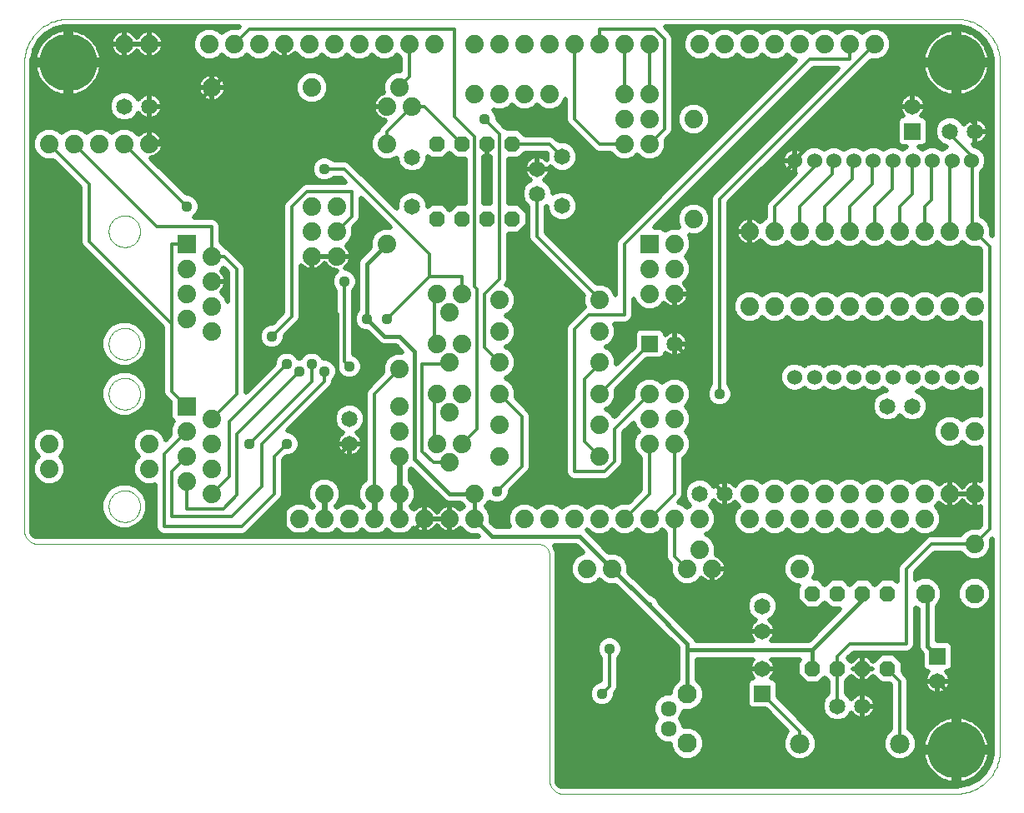
<source format=gbl>
G75*
G70*
%OFA0B0*%
%FSLAX24Y24*%
%IPPOS*%
%LPD*%
%AMOC8*
5,1,8,0,0,1.08239X$1,22.5*
%
%ADD10C,0.0000*%
%ADD11C,0.0740*%
%ADD12OC8,0.0630*%
%ADD13C,0.0650*%
%ADD14R,0.0650X0.0650*%
%ADD15R,0.0740X0.0740*%
%ADD16C,0.0600*%
%ADD17C,0.0780*%
%ADD18C,0.0768*%
%ADD19C,0.2300*%
%ADD20C,0.0634*%
%ADD21C,0.0120*%
%ADD22C,0.0440*%
%ADD23C,0.0240*%
%ADD24C,0.0160*%
%ADD25C,0.0200*%
D10*
X001200Y010700D02*
X021200Y010700D01*
X021244Y010698D01*
X021287Y010692D01*
X021329Y010683D01*
X021371Y010670D01*
X021411Y010653D01*
X021450Y010633D01*
X021487Y010610D01*
X021521Y010583D01*
X021554Y010554D01*
X021583Y010521D01*
X021610Y010487D01*
X021633Y010450D01*
X021653Y010411D01*
X021670Y010371D01*
X021683Y010329D01*
X021692Y010287D01*
X021698Y010244D01*
X021700Y010200D01*
X021700Y001200D01*
X021702Y001156D01*
X021708Y001113D01*
X021717Y001071D01*
X021730Y001029D01*
X021747Y000989D01*
X021767Y000950D01*
X021790Y000913D01*
X021817Y000879D01*
X021846Y000846D01*
X021879Y000817D01*
X021913Y000790D01*
X021950Y000767D01*
X021989Y000747D01*
X022029Y000730D01*
X022071Y000717D01*
X022113Y000708D01*
X022156Y000702D01*
X022200Y000700D01*
X037950Y000700D01*
X038033Y000702D01*
X038116Y000708D01*
X038199Y000718D01*
X038281Y000732D01*
X038363Y000749D01*
X038443Y000771D01*
X038522Y000796D01*
X038600Y000825D01*
X038677Y000858D01*
X038752Y000895D01*
X038825Y000934D01*
X038896Y000978D01*
X038965Y001024D01*
X039032Y001074D01*
X039096Y001127D01*
X039158Y001183D01*
X039217Y001242D01*
X039273Y001304D01*
X039326Y001368D01*
X039376Y001435D01*
X039422Y001504D01*
X039466Y001575D01*
X039505Y001648D01*
X039542Y001723D01*
X039575Y001800D01*
X039604Y001878D01*
X039629Y001957D01*
X039651Y002037D01*
X039668Y002119D01*
X039682Y002201D01*
X039692Y002284D01*
X039698Y002367D01*
X039700Y002450D01*
X039700Y029950D01*
X039698Y030033D01*
X039692Y030116D01*
X039682Y030199D01*
X039668Y030281D01*
X039651Y030363D01*
X039629Y030443D01*
X039604Y030522D01*
X039575Y030600D01*
X039542Y030677D01*
X039505Y030752D01*
X039466Y030825D01*
X039422Y030896D01*
X039376Y030965D01*
X039326Y031032D01*
X039273Y031096D01*
X039217Y031158D01*
X039158Y031217D01*
X039096Y031273D01*
X039032Y031326D01*
X038965Y031376D01*
X038896Y031422D01*
X038825Y031466D01*
X038752Y031505D01*
X038677Y031542D01*
X038600Y031575D01*
X038522Y031604D01*
X038443Y031629D01*
X038363Y031651D01*
X038281Y031668D01*
X038199Y031682D01*
X038116Y031692D01*
X038033Y031698D01*
X037950Y031700D01*
X002450Y031700D01*
X002367Y031698D01*
X002284Y031692D01*
X002201Y031682D01*
X002119Y031668D01*
X002037Y031651D01*
X001957Y031629D01*
X001878Y031604D01*
X001800Y031575D01*
X001723Y031542D01*
X001648Y031505D01*
X001575Y031466D01*
X001504Y031422D01*
X001435Y031376D01*
X001368Y031326D01*
X001304Y031273D01*
X001242Y031217D01*
X001183Y031158D01*
X001127Y031096D01*
X001074Y031032D01*
X001024Y030965D01*
X000978Y030896D01*
X000934Y030825D01*
X000895Y030752D01*
X000858Y030677D01*
X000825Y030600D01*
X000796Y030522D01*
X000771Y030443D01*
X000749Y030363D01*
X000732Y030281D01*
X000718Y030199D01*
X000708Y030116D01*
X000702Y030033D01*
X000700Y029950D01*
X000700Y011200D01*
X000702Y011156D01*
X000708Y011113D01*
X000717Y011071D01*
X000730Y011029D01*
X000747Y010989D01*
X000767Y010950D01*
X000790Y010913D01*
X000817Y010879D01*
X000846Y010846D01*
X000879Y010817D01*
X000913Y010790D01*
X000950Y010767D01*
X000989Y010747D01*
X001029Y010730D01*
X001071Y010717D01*
X001113Y010708D01*
X001156Y010702D01*
X001200Y010700D01*
X004070Y012200D02*
X004072Y012250D01*
X004078Y012300D01*
X004088Y012349D01*
X004102Y012397D01*
X004119Y012444D01*
X004140Y012489D01*
X004165Y012533D01*
X004193Y012574D01*
X004225Y012613D01*
X004259Y012650D01*
X004296Y012684D01*
X004336Y012714D01*
X004378Y012741D01*
X004422Y012765D01*
X004468Y012786D01*
X004515Y012802D01*
X004563Y012815D01*
X004613Y012824D01*
X004662Y012829D01*
X004713Y012830D01*
X004763Y012827D01*
X004812Y012820D01*
X004861Y012809D01*
X004909Y012794D01*
X004955Y012776D01*
X005000Y012754D01*
X005043Y012728D01*
X005084Y012699D01*
X005123Y012667D01*
X005159Y012632D01*
X005191Y012594D01*
X005221Y012554D01*
X005248Y012511D01*
X005271Y012467D01*
X005290Y012421D01*
X005306Y012373D01*
X005318Y012324D01*
X005326Y012275D01*
X005330Y012225D01*
X005330Y012175D01*
X005326Y012125D01*
X005318Y012076D01*
X005306Y012027D01*
X005290Y011979D01*
X005271Y011933D01*
X005248Y011889D01*
X005221Y011846D01*
X005191Y011806D01*
X005159Y011768D01*
X005123Y011733D01*
X005084Y011701D01*
X005043Y011672D01*
X005000Y011646D01*
X004955Y011624D01*
X004909Y011606D01*
X004861Y011591D01*
X004812Y011580D01*
X004763Y011573D01*
X004713Y011570D01*
X004662Y011571D01*
X004613Y011576D01*
X004563Y011585D01*
X004515Y011598D01*
X004468Y011614D01*
X004422Y011635D01*
X004378Y011659D01*
X004336Y011686D01*
X004296Y011716D01*
X004259Y011750D01*
X004225Y011787D01*
X004193Y011826D01*
X004165Y011867D01*
X004140Y011911D01*
X004119Y011956D01*
X004102Y012003D01*
X004088Y012051D01*
X004078Y012100D01*
X004072Y012150D01*
X004070Y012200D01*
X004070Y016700D02*
X004072Y016750D01*
X004078Y016800D01*
X004088Y016849D01*
X004102Y016897D01*
X004119Y016944D01*
X004140Y016989D01*
X004165Y017033D01*
X004193Y017074D01*
X004225Y017113D01*
X004259Y017150D01*
X004296Y017184D01*
X004336Y017214D01*
X004378Y017241D01*
X004422Y017265D01*
X004468Y017286D01*
X004515Y017302D01*
X004563Y017315D01*
X004613Y017324D01*
X004662Y017329D01*
X004713Y017330D01*
X004763Y017327D01*
X004812Y017320D01*
X004861Y017309D01*
X004909Y017294D01*
X004955Y017276D01*
X005000Y017254D01*
X005043Y017228D01*
X005084Y017199D01*
X005123Y017167D01*
X005159Y017132D01*
X005191Y017094D01*
X005221Y017054D01*
X005248Y017011D01*
X005271Y016967D01*
X005290Y016921D01*
X005306Y016873D01*
X005318Y016824D01*
X005326Y016775D01*
X005330Y016725D01*
X005330Y016675D01*
X005326Y016625D01*
X005318Y016576D01*
X005306Y016527D01*
X005290Y016479D01*
X005271Y016433D01*
X005248Y016389D01*
X005221Y016346D01*
X005191Y016306D01*
X005159Y016268D01*
X005123Y016233D01*
X005084Y016201D01*
X005043Y016172D01*
X005000Y016146D01*
X004955Y016124D01*
X004909Y016106D01*
X004861Y016091D01*
X004812Y016080D01*
X004763Y016073D01*
X004713Y016070D01*
X004662Y016071D01*
X004613Y016076D01*
X004563Y016085D01*
X004515Y016098D01*
X004468Y016114D01*
X004422Y016135D01*
X004378Y016159D01*
X004336Y016186D01*
X004296Y016216D01*
X004259Y016250D01*
X004225Y016287D01*
X004193Y016326D01*
X004165Y016367D01*
X004140Y016411D01*
X004119Y016456D01*
X004102Y016503D01*
X004088Y016551D01*
X004078Y016600D01*
X004072Y016650D01*
X004070Y016700D01*
X004070Y018700D02*
X004072Y018750D01*
X004078Y018800D01*
X004088Y018849D01*
X004102Y018897D01*
X004119Y018944D01*
X004140Y018989D01*
X004165Y019033D01*
X004193Y019074D01*
X004225Y019113D01*
X004259Y019150D01*
X004296Y019184D01*
X004336Y019214D01*
X004378Y019241D01*
X004422Y019265D01*
X004468Y019286D01*
X004515Y019302D01*
X004563Y019315D01*
X004613Y019324D01*
X004662Y019329D01*
X004713Y019330D01*
X004763Y019327D01*
X004812Y019320D01*
X004861Y019309D01*
X004909Y019294D01*
X004955Y019276D01*
X005000Y019254D01*
X005043Y019228D01*
X005084Y019199D01*
X005123Y019167D01*
X005159Y019132D01*
X005191Y019094D01*
X005221Y019054D01*
X005248Y019011D01*
X005271Y018967D01*
X005290Y018921D01*
X005306Y018873D01*
X005318Y018824D01*
X005326Y018775D01*
X005330Y018725D01*
X005330Y018675D01*
X005326Y018625D01*
X005318Y018576D01*
X005306Y018527D01*
X005290Y018479D01*
X005271Y018433D01*
X005248Y018389D01*
X005221Y018346D01*
X005191Y018306D01*
X005159Y018268D01*
X005123Y018233D01*
X005084Y018201D01*
X005043Y018172D01*
X005000Y018146D01*
X004955Y018124D01*
X004909Y018106D01*
X004861Y018091D01*
X004812Y018080D01*
X004763Y018073D01*
X004713Y018070D01*
X004662Y018071D01*
X004613Y018076D01*
X004563Y018085D01*
X004515Y018098D01*
X004468Y018114D01*
X004422Y018135D01*
X004378Y018159D01*
X004336Y018186D01*
X004296Y018216D01*
X004259Y018250D01*
X004225Y018287D01*
X004193Y018326D01*
X004165Y018367D01*
X004140Y018411D01*
X004119Y018456D01*
X004102Y018503D01*
X004088Y018551D01*
X004078Y018600D01*
X004072Y018650D01*
X004070Y018700D01*
X004070Y023200D02*
X004072Y023250D01*
X004078Y023300D01*
X004088Y023349D01*
X004102Y023397D01*
X004119Y023444D01*
X004140Y023489D01*
X004165Y023533D01*
X004193Y023574D01*
X004225Y023613D01*
X004259Y023650D01*
X004296Y023684D01*
X004336Y023714D01*
X004378Y023741D01*
X004422Y023765D01*
X004468Y023786D01*
X004515Y023802D01*
X004563Y023815D01*
X004613Y023824D01*
X004662Y023829D01*
X004713Y023830D01*
X004763Y023827D01*
X004812Y023820D01*
X004861Y023809D01*
X004909Y023794D01*
X004955Y023776D01*
X005000Y023754D01*
X005043Y023728D01*
X005084Y023699D01*
X005123Y023667D01*
X005159Y023632D01*
X005191Y023594D01*
X005221Y023554D01*
X005248Y023511D01*
X005271Y023467D01*
X005290Y023421D01*
X005306Y023373D01*
X005318Y023324D01*
X005326Y023275D01*
X005330Y023225D01*
X005330Y023175D01*
X005326Y023125D01*
X005318Y023076D01*
X005306Y023027D01*
X005290Y022979D01*
X005271Y022933D01*
X005248Y022889D01*
X005221Y022846D01*
X005191Y022806D01*
X005159Y022768D01*
X005123Y022733D01*
X005084Y022701D01*
X005043Y022672D01*
X005000Y022646D01*
X004955Y022624D01*
X004909Y022606D01*
X004861Y022591D01*
X004812Y022580D01*
X004763Y022573D01*
X004713Y022570D01*
X004662Y022571D01*
X004613Y022576D01*
X004563Y022585D01*
X004515Y022598D01*
X004468Y022614D01*
X004422Y022635D01*
X004378Y022659D01*
X004336Y022686D01*
X004296Y022716D01*
X004259Y022750D01*
X004225Y022787D01*
X004193Y022826D01*
X004165Y022867D01*
X004140Y022911D01*
X004119Y022956D01*
X004102Y023003D01*
X004088Y023051D01*
X004078Y023100D01*
X004072Y023150D01*
X004070Y023200D01*
D11*
X007200Y021700D03*
X008200Y022200D03*
X008200Y021200D03*
X007200Y020700D03*
X008200Y020200D03*
X007200Y019700D03*
X008200Y019200D03*
X012200Y022200D03*
X013200Y022200D03*
X013200Y023200D03*
X012200Y023200D03*
X012200Y024200D03*
X013200Y024200D03*
X015200Y022700D03*
X017200Y020700D03*
X017700Y019950D03*
X018200Y020700D03*
X019700Y020450D03*
X019700Y019200D03*
X019700Y017950D03*
X019700Y016700D03*
X019700Y015450D03*
X019700Y014200D03*
X018200Y014700D03*
X017700Y013950D03*
X017200Y014700D03*
X017700Y015950D03*
X017200Y016700D03*
X018200Y016700D03*
X017700Y017950D03*
X017200Y018700D03*
X018200Y018700D03*
X015700Y017700D03*
X015700Y016200D03*
X015700Y015200D03*
X015700Y014200D03*
X015700Y012700D03*
X014700Y012700D03*
X014700Y011700D03*
X015700Y011700D03*
X016700Y011700D03*
X017700Y011700D03*
X018700Y011700D03*
X018700Y012700D03*
X020700Y011700D03*
X021700Y011700D03*
X022700Y011700D03*
X023700Y011700D03*
X024700Y011700D03*
X025700Y011700D03*
X026700Y011700D03*
X027700Y011700D03*
X027700Y010450D03*
X027200Y009700D03*
X028200Y009700D03*
X029700Y011700D03*
X030700Y011700D03*
X030700Y012700D03*
X029700Y012700D03*
X031700Y012700D03*
X032700Y012700D03*
X033700Y012700D03*
X033700Y011700D03*
X032700Y011700D03*
X031700Y011700D03*
X031700Y009700D03*
X034700Y011700D03*
X035700Y011700D03*
X036700Y011700D03*
X036700Y012700D03*
X035700Y012700D03*
X034700Y012700D03*
X037700Y012700D03*
X038700Y012700D03*
X038700Y010700D03*
X038700Y015200D03*
X037700Y015200D03*
X037700Y020200D03*
X038700Y020200D03*
X036700Y020200D03*
X035700Y020200D03*
X034700Y020200D03*
X033700Y020200D03*
X032700Y020200D03*
X031700Y020200D03*
X030700Y020200D03*
X029700Y020200D03*
X026700Y020700D03*
X026700Y021700D03*
X025700Y021700D03*
X025700Y020700D03*
X023700Y020450D03*
X023700Y019200D03*
X023700Y017950D03*
X023700Y016700D03*
X023700Y015450D03*
X023700Y014200D03*
X025700Y014700D03*
X025700Y015700D03*
X025700Y016700D03*
X026700Y016700D03*
X026700Y015700D03*
X026700Y014700D03*
X024200Y009700D03*
X023200Y009700D03*
X013700Y011700D03*
X012700Y011700D03*
X011700Y011700D03*
X012700Y012700D03*
X008200Y012700D03*
X007200Y013200D03*
X008200Y013700D03*
X007200Y014200D03*
X008200Y014700D03*
X007200Y015200D03*
X008200Y015700D03*
X005700Y014700D03*
X005700Y013700D03*
X001700Y013700D03*
X001700Y014700D03*
X001700Y026700D03*
X002700Y026700D03*
X003700Y026700D03*
X004700Y026700D03*
X005700Y026700D03*
X008200Y028950D03*
X008100Y030700D03*
X009100Y030700D03*
X010100Y030700D03*
X011100Y030700D03*
X012100Y030700D03*
X013100Y030700D03*
X014100Y030700D03*
X015100Y030700D03*
X016100Y030700D03*
X017100Y030700D03*
X018700Y030700D03*
X019700Y030700D03*
X020700Y030700D03*
X021700Y030700D03*
X022700Y030700D03*
X023700Y030700D03*
X024700Y030700D03*
X025700Y030700D03*
X027700Y030700D03*
X028700Y030700D03*
X029700Y030700D03*
X030700Y030700D03*
X031700Y030700D03*
X032700Y030700D03*
X033700Y030700D03*
X034700Y030700D03*
X027450Y027700D03*
X025700Y027700D03*
X024700Y027700D03*
X024700Y026700D03*
X025700Y026700D03*
X025700Y028700D03*
X024700Y028700D03*
X021700Y028700D03*
X020700Y028700D03*
X019700Y028700D03*
X018700Y028700D03*
X016200Y028200D03*
X015700Y028950D03*
X015200Y028200D03*
X015200Y026700D03*
X012200Y028950D03*
X005700Y030700D03*
X004700Y030700D03*
X026700Y022700D03*
X027450Y023700D03*
X029700Y023200D03*
X030700Y023200D03*
X031700Y023200D03*
X032700Y023200D03*
X033700Y023200D03*
X034700Y023200D03*
X035700Y023200D03*
X036700Y023200D03*
X037700Y023200D03*
X038700Y023200D03*
D12*
X020200Y023700D03*
X019200Y023700D03*
X018200Y023700D03*
X017200Y023700D03*
X017200Y026700D03*
X018200Y026700D03*
X019200Y026700D03*
X020200Y026700D03*
X032200Y008700D03*
X033200Y008700D03*
X034200Y008700D03*
X035200Y008700D03*
X035200Y005700D03*
X034200Y005700D03*
X033200Y005700D03*
X032200Y005700D03*
D13*
X033200Y004200D03*
X034200Y004200D03*
X037200Y005200D03*
X030200Y005700D03*
X030200Y007200D03*
X030200Y008200D03*
X028700Y012700D03*
X027700Y012700D03*
X026700Y018700D03*
X022200Y024216D03*
X021200Y024700D03*
X021200Y025700D03*
X022200Y026184D03*
X016200Y026169D03*
X016200Y024200D03*
X005700Y028200D03*
X004700Y028200D03*
X013700Y015700D03*
X013700Y014700D03*
X035200Y016200D03*
X036200Y016200D03*
X037700Y027200D03*
X038700Y027200D03*
X036200Y028200D03*
D14*
X036200Y027200D03*
X025700Y018700D03*
X037200Y006200D03*
X030200Y004700D03*
D15*
X007200Y016200D03*
X007200Y022700D03*
X025700Y022700D03*
D16*
X031487Y026031D03*
X032275Y026031D03*
X033062Y026031D03*
X033850Y026031D03*
X034637Y026031D03*
X035424Y026031D03*
X036212Y026031D03*
X036999Y026031D03*
X037787Y026031D03*
X038574Y026031D03*
X038574Y017369D03*
X037787Y017369D03*
X036999Y017369D03*
X036212Y017369D03*
X035424Y017369D03*
X034637Y017369D03*
X033850Y017369D03*
X033062Y017369D03*
X032275Y017369D03*
X031487Y017369D03*
D17*
X031700Y002700D03*
X035700Y002700D03*
D18*
X036716Y008700D03*
X038684Y008700D03*
X027200Y004684D03*
X027200Y002716D03*
D19*
X037950Y002450D03*
X037950Y029950D03*
X002450Y029950D03*
D20*
X026450Y004094D03*
X026450Y003306D03*
D21*
X024100Y005000D02*
X023800Y004700D01*
X024100Y005000D02*
X024100Y006500D01*
X027200Y009700D02*
X026700Y010200D01*
X026700Y011700D01*
X026700Y012700D02*
X026700Y014700D01*
X025700Y014700D02*
X025700Y012700D01*
X024700Y011700D01*
X025700Y011700D02*
X026700Y012700D01*
X024300Y014000D02*
X023900Y013600D01*
X022700Y013600D01*
X022700Y019300D01*
X023250Y019850D01*
X024700Y019850D01*
X024700Y022700D01*
X032100Y030100D01*
X033700Y030100D01*
X033700Y030700D01*
X034700Y030700D02*
X028500Y024500D01*
X028500Y016700D01*
X025700Y016700D02*
X024300Y015300D01*
X024300Y014000D01*
X023700Y014200D02*
X023100Y014800D01*
X023100Y017300D01*
X023700Y017900D01*
X023700Y017950D01*
X023700Y016700D02*
X025700Y018700D01*
X023700Y020450D02*
X023700Y020500D01*
X021200Y023000D01*
X021200Y024700D01*
X022200Y026184D02*
X022200Y026200D01*
X021700Y026700D01*
X020200Y026700D01*
X019700Y027100D02*
X019700Y021300D01*
X019100Y020700D01*
X019100Y018550D01*
X019700Y017950D01*
X019700Y016700D02*
X020600Y015800D01*
X020600Y013800D01*
X019600Y012800D01*
X017700Y013950D02*
X017050Y013950D01*
X016600Y014400D01*
X016600Y017900D01*
X017700Y017900D01*
X017700Y017950D01*
X017200Y018700D02*
X017100Y018800D01*
X017100Y020600D01*
X017200Y020700D01*
X018200Y020700D02*
X018200Y021400D01*
X016900Y021400D01*
X016900Y022300D01*
X013500Y025700D01*
X012700Y025700D01*
X012000Y024800D02*
X013800Y024800D01*
X013800Y023800D01*
X013200Y023200D01*
X012000Y024800D02*
X011400Y024200D01*
X011400Y019800D01*
X010600Y019000D01*
X011200Y017900D02*
X008900Y015600D01*
X008900Y013400D01*
X008200Y012700D01*
X008650Y012100D02*
X007200Y012100D01*
X007200Y013200D01*
X006600Y013600D02*
X007200Y014200D01*
X006600Y013600D02*
X006600Y011800D01*
X009000Y011800D01*
X010200Y013000D01*
X010200Y014700D01*
X012700Y017200D01*
X012700Y017600D01*
X012200Y017900D02*
X012200Y017200D01*
X009700Y014700D01*
X009200Y015100D02*
X009200Y012650D01*
X008650Y012100D01*
X009400Y011400D02*
X010700Y012700D01*
X010700Y014200D01*
X011200Y014700D01*
X009200Y015100D02*
X011700Y017600D01*
X013500Y018000D02*
X013700Y017800D01*
X013500Y018000D02*
X013500Y021200D01*
X015200Y019700D02*
X016900Y021400D01*
X018700Y021000D02*
X018800Y020900D01*
X018800Y015300D01*
X018200Y014700D01*
X017200Y014700D02*
X017100Y014800D01*
X017100Y016600D01*
X017200Y016700D01*
X015700Y017700D02*
X014700Y016700D01*
X014700Y012700D01*
X009400Y011400D02*
X006300Y011400D01*
X006300Y014300D01*
X007200Y015200D01*
X008200Y015700D02*
X009200Y016700D01*
X009200Y021700D01*
X008700Y022200D01*
X008200Y022200D01*
X008200Y023400D01*
X006000Y023400D01*
X002700Y026700D01*
X001700Y026700D02*
X003300Y025100D01*
X003300Y022800D01*
X006600Y019500D01*
X006600Y022700D01*
X007200Y022700D01*
X007200Y024200D02*
X004700Y026700D01*
X009100Y030700D02*
X009700Y031300D01*
X017900Y031300D01*
X017900Y027800D01*
X018700Y027000D01*
X018700Y021000D01*
X018200Y026700D02*
X016700Y028200D01*
X016200Y028200D01*
X015200Y027200D01*
X015200Y026700D01*
X015700Y028950D02*
X015700Y029000D01*
X016100Y029400D01*
X016100Y030700D01*
X019100Y027700D02*
X019700Y027100D01*
X022700Y027700D02*
X022700Y030700D01*
X023700Y030700D02*
X023700Y031300D01*
X025900Y031300D01*
X026300Y030900D01*
X026300Y027300D01*
X025700Y026700D01*
X024700Y026700D02*
X023700Y026700D01*
X022700Y027700D01*
X024700Y028700D02*
X024700Y030700D01*
X025700Y030700D02*
X025700Y028700D01*
X030700Y024200D02*
X030700Y023200D01*
X030700Y024200D02*
X032300Y025800D01*
X032275Y026031D01*
X033000Y025900D02*
X033000Y025500D01*
X031700Y024200D01*
X031700Y023200D01*
X032700Y023200D02*
X032700Y024200D01*
X033800Y025300D01*
X033800Y025900D01*
X033850Y026031D01*
X034600Y025950D02*
X034637Y026031D01*
X034600Y025950D02*
X034600Y025100D01*
X033700Y024200D01*
X033700Y023200D01*
X034700Y023200D02*
X034700Y024200D01*
X035400Y024900D01*
X035400Y026000D01*
X035424Y026031D01*
X036200Y026000D02*
X036212Y026031D01*
X036200Y026000D02*
X036200Y024700D01*
X035700Y024200D01*
X035700Y023200D01*
X036700Y023200D02*
X036700Y024200D01*
X036950Y024450D01*
X036950Y025950D01*
X037000Y026000D01*
X036999Y026031D01*
X037700Y026000D02*
X037787Y026031D01*
X037700Y026000D02*
X037700Y023200D01*
X038600Y023300D02*
X038600Y026200D01*
X038574Y026031D01*
X038600Y026200D02*
X037700Y027100D01*
X037700Y027200D01*
X033062Y026031D02*
X033000Y025900D01*
X038600Y023300D02*
X038700Y023200D01*
X039300Y022600D01*
X039300Y011300D01*
X038700Y010700D01*
X036950Y010700D01*
X035950Y009700D01*
X035950Y006700D01*
X033700Y006700D01*
X033200Y006200D01*
X033200Y005700D01*
X033200Y004200D01*
X031700Y003200D02*
X031700Y002700D01*
X031700Y003200D02*
X030200Y004700D01*
X035200Y005700D02*
X035700Y005200D01*
X035700Y002700D01*
X007200Y016200D02*
X006600Y016800D01*
X006600Y019500D01*
D22*
X010600Y019000D03*
X011200Y017900D03*
X011700Y017600D03*
X012200Y017900D03*
X012700Y017600D03*
X013700Y017800D03*
X014400Y019700D03*
X015200Y019700D03*
X013500Y021200D03*
X012200Y020700D03*
X007200Y024200D03*
X012700Y025700D03*
X019100Y027700D03*
X028500Y016700D03*
X019600Y012800D03*
X024100Y006500D03*
X023800Y004700D03*
X025300Y003700D03*
X011200Y014700D03*
X009700Y014700D03*
D23*
X012700Y012700D02*
X012700Y011700D01*
X014700Y011700D02*
X014700Y012700D01*
X015700Y012700D02*
X015700Y011700D01*
X015700Y012700D02*
X015700Y014200D01*
D24*
X016300Y014100D02*
X017700Y012700D01*
X018700Y012700D01*
X018700Y011700D01*
X019400Y011000D01*
X022900Y011000D01*
X024200Y009700D01*
X025650Y008250D01*
X025700Y008300D01*
X025650Y008250D02*
X027200Y006700D01*
X027200Y006450D01*
X032200Y006450D01*
X032200Y005700D01*
X032200Y006450D02*
X034200Y008450D01*
X034200Y008700D01*
X036716Y008700D02*
X036800Y008700D01*
X036800Y006600D01*
X037200Y006200D01*
X037200Y005200D02*
X037900Y004500D01*
X037900Y002500D01*
X037950Y002450D01*
X030200Y005700D02*
X029700Y005700D01*
X029200Y005200D01*
X029200Y002300D01*
X028700Y001800D01*
X025800Y001800D01*
X025300Y002300D01*
X025300Y003700D01*
X027200Y004684D02*
X027200Y006450D01*
X028700Y012700D02*
X027400Y014000D01*
X027400Y018000D01*
X026700Y018700D01*
X026700Y020700D01*
X029700Y023200D02*
X029700Y024200D01*
X031400Y025900D01*
X031487Y026031D01*
X031500Y026100D01*
X033600Y028200D01*
X036200Y028200D01*
X038000Y028200D01*
X038000Y029900D01*
X037950Y029950D01*
X038000Y028200D02*
X038700Y027500D01*
X038700Y027200D01*
X016700Y011700D02*
X016100Y011100D01*
X011100Y011100D01*
X011100Y012100D01*
X013150Y014150D01*
X013100Y014200D01*
X013100Y016200D01*
X013200Y016300D01*
X013200Y018400D01*
X010200Y018400D01*
X009700Y018900D01*
X009700Y029900D01*
X009150Y029900D01*
X008200Y028950D01*
X005950Y026700D01*
X005700Y026700D01*
X005700Y028200D01*
X005700Y030700D01*
X009700Y029900D02*
X011100Y029900D01*
X011100Y030700D01*
X011100Y029900D02*
X012700Y029900D01*
X014400Y028200D01*
X015200Y028200D01*
X015200Y022700D02*
X014400Y021900D01*
X014400Y019700D01*
X015100Y019000D01*
X015700Y019000D01*
X016300Y018400D01*
X016300Y014100D01*
X013700Y014700D02*
X013150Y014150D01*
X013200Y018400D02*
X013200Y019900D01*
X012200Y020700D01*
X012200Y022200D01*
D25*
X012770Y022200D01*
X013200Y022200D01*
X013770Y022200D01*
X013770Y022245D01*
X013756Y022333D01*
X013728Y022419D01*
X013688Y022499D01*
X013635Y022571D01*
X013576Y022630D01*
X013580Y022632D01*
X013768Y022820D01*
X013870Y023067D01*
X013870Y023333D01*
X013862Y023353D01*
X014105Y023596D01*
X014160Y023728D01*
X014160Y024531D01*
X015321Y023370D01*
X015067Y023370D01*
X014820Y023268D01*
X014632Y023080D01*
X014530Y022833D01*
X014530Y022567D01*
X014078Y022115D01*
X014020Y021976D01*
X014020Y020055D01*
X013959Y019995D01*
X013880Y019803D01*
X013880Y019597D01*
X013959Y019405D01*
X014105Y019259D01*
X014297Y019180D01*
X014383Y019180D01*
X014885Y018678D01*
X015024Y018620D01*
X015543Y018620D01*
X015793Y018370D01*
X015567Y018370D01*
X015320Y018268D01*
X015132Y018080D01*
X015030Y017833D01*
X015030Y017567D01*
X015038Y017547D01*
X014395Y016904D01*
X014340Y016772D01*
X014340Y013276D01*
X014320Y013268D01*
X014132Y013080D01*
X014030Y012833D01*
X014030Y012567D01*
X014132Y012320D01*
X014252Y012200D01*
X014200Y012148D01*
X014080Y012268D01*
X013833Y012370D01*
X013567Y012370D01*
X013320Y012268D01*
X013200Y012148D01*
X013148Y012200D01*
X013268Y012320D01*
X013370Y012567D01*
X013370Y012833D01*
X013268Y013080D01*
X013080Y013268D01*
X012833Y013370D01*
X012567Y013370D01*
X012320Y013268D01*
X012132Y013080D01*
X012030Y012833D01*
X012030Y012567D01*
X012132Y012320D01*
X012252Y012200D01*
X012200Y012148D01*
X012080Y012268D01*
X011833Y012370D01*
X011567Y012370D01*
X011320Y012268D01*
X011132Y012080D01*
X011030Y011833D01*
X011030Y011567D01*
X011132Y011320D01*
X011320Y011132D01*
X011567Y011030D01*
X011833Y011030D01*
X012080Y011132D01*
X012200Y011252D01*
X012320Y011132D01*
X012567Y011030D01*
X012833Y011030D01*
X013080Y011132D01*
X013200Y011252D01*
X013320Y011132D01*
X013567Y011030D01*
X013833Y011030D01*
X014080Y011132D01*
X014200Y011252D01*
X014320Y011132D01*
X014567Y011030D01*
X014833Y011030D01*
X015080Y011132D01*
X015200Y011252D01*
X015320Y011132D01*
X015567Y011030D01*
X015833Y011030D01*
X016080Y011132D01*
X016268Y011320D01*
X016270Y011324D01*
X016329Y011265D01*
X016401Y011212D01*
X016481Y011172D01*
X016567Y011144D01*
X016655Y011130D01*
X016700Y011130D01*
X016745Y011130D01*
X016833Y011144D01*
X016919Y011172D01*
X016999Y011212D01*
X017071Y011265D01*
X017135Y011329D01*
X017188Y011401D01*
X017200Y011426D01*
X017212Y011401D01*
X017265Y011329D01*
X017329Y011265D01*
X017401Y011212D01*
X017481Y011172D01*
X017567Y011144D01*
X017655Y011130D01*
X017700Y011130D01*
X017745Y011130D01*
X017833Y011144D01*
X017919Y011172D01*
X017999Y011212D01*
X018071Y011265D01*
X018130Y011324D01*
X018132Y011320D01*
X018320Y011132D01*
X018567Y011030D01*
X018833Y011030D01*
X018863Y011000D01*
X001200Y011000D01*
X001161Y011004D01*
X001089Y011034D01*
X001034Y011089D01*
X001004Y011161D01*
X001000Y011200D01*
X001000Y029950D01*
X001012Y030139D01*
X001110Y030505D01*
X001300Y030833D01*
X001567Y031100D01*
X001895Y031290D01*
X002261Y031388D01*
X002450Y031400D01*
X009291Y031400D01*
X009253Y031362D01*
X009233Y031370D01*
X008967Y031370D01*
X008720Y031268D01*
X008600Y031148D01*
X008480Y031268D01*
X008233Y031370D01*
X007967Y031370D01*
X007720Y031268D01*
X007532Y031080D01*
X007430Y030833D01*
X007430Y030567D01*
X007532Y030320D01*
X007720Y030132D01*
X007967Y030030D01*
X008233Y030030D01*
X008480Y030132D01*
X008600Y030252D01*
X008720Y030132D01*
X008967Y030030D01*
X009233Y030030D01*
X009480Y030132D01*
X009600Y030252D01*
X009720Y030132D01*
X009967Y030030D01*
X010233Y030030D01*
X010480Y030132D01*
X010668Y030320D01*
X010670Y030324D01*
X010729Y030265D01*
X010801Y030212D01*
X010881Y030172D01*
X010967Y030144D01*
X011055Y030130D01*
X011100Y030130D01*
X011145Y030130D01*
X011233Y030144D01*
X011319Y030172D01*
X011399Y030212D01*
X011471Y030265D01*
X011530Y030324D01*
X011532Y030320D01*
X011720Y030132D01*
X011967Y030030D01*
X012233Y030030D01*
X012480Y030132D01*
X012600Y030252D01*
X012720Y030132D01*
X012967Y030030D01*
X013233Y030030D01*
X013480Y030132D01*
X013600Y030252D01*
X013720Y030132D01*
X013967Y030030D01*
X014233Y030030D01*
X014480Y030132D01*
X014600Y030252D01*
X014720Y030132D01*
X014967Y030030D01*
X015233Y030030D01*
X015480Y030132D01*
X015600Y030252D01*
X015720Y030132D01*
X015740Y030124D01*
X015740Y029620D01*
X015567Y029620D01*
X015320Y029518D01*
X015132Y029330D01*
X015030Y029083D01*
X015030Y028817D01*
X015057Y028753D01*
X014981Y028728D01*
X014901Y028688D01*
X014829Y028635D01*
X014765Y028571D01*
X014712Y028499D01*
X014672Y028419D01*
X014644Y028333D01*
X014630Y028245D01*
X014630Y028200D01*
X015200Y028200D01*
X015200Y028200D01*
X014630Y028200D01*
X014630Y028155D01*
X014644Y028067D01*
X014672Y027981D01*
X014712Y027901D01*
X014765Y027829D01*
X014829Y027765D01*
X014901Y027712D01*
X014981Y027672D01*
X015067Y027644D01*
X015126Y027635D01*
X014996Y027505D01*
X014895Y027404D01*
X014842Y027277D01*
X014820Y027268D01*
X014632Y027080D01*
X014530Y026833D01*
X014530Y026567D01*
X014632Y026320D01*
X014820Y026132D01*
X015067Y026030D01*
X015333Y026030D01*
X015575Y026130D01*
X015575Y026044D01*
X015670Y025814D01*
X015846Y025639D01*
X016076Y025544D01*
X016324Y025544D01*
X016554Y025639D01*
X016730Y025814D01*
X016825Y026044D01*
X016825Y026205D01*
X016945Y026085D01*
X017455Y026085D01*
X017700Y026330D01*
X017945Y026085D01*
X018340Y026085D01*
X018340Y024315D01*
X017945Y024315D01*
X017700Y024070D01*
X017455Y024315D01*
X016945Y024315D01*
X016825Y024195D01*
X016825Y024324D01*
X016730Y024554D01*
X016554Y024730D01*
X016324Y024825D01*
X016076Y024825D01*
X015846Y024730D01*
X015670Y024554D01*
X015575Y024324D01*
X015575Y024134D01*
X013805Y025904D01*
X013704Y026005D01*
X013572Y026060D01*
X013075Y026060D01*
X012995Y026141D01*
X012803Y026220D01*
X012597Y026220D01*
X012405Y026141D01*
X012259Y025995D01*
X012180Y025803D01*
X012180Y025597D01*
X012259Y025405D01*
X012405Y025259D01*
X012597Y025180D01*
X012803Y025180D01*
X012995Y025259D01*
X013075Y025340D01*
X013351Y025340D01*
X013531Y025160D01*
X011928Y025160D01*
X011796Y025105D01*
X011695Y025004D01*
X011095Y024404D01*
X011040Y024272D01*
X011040Y019949D01*
X010611Y019520D01*
X010497Y019520D01*
X010305Y019441D01*
X010159Y019295D01*
X010080Y019103D01*
X010080Y018897D01*
X010159Y018705D01*
X010305Y018559D01*
X010497Y018480D01*
X010703Y018480D01*
X010895Y018559D01*
X011041Y018705D01*
X011120Y018897D01*
X011120Y019011D01*
X011604Y019495D01*
X011705Y019596D01*
X011760Y019728D01*
X011760Y021836D01*
X011765Y021829D01*
X011829Y021765D01*
X011901Y021712D01*
X011981Y021672D01*
X012067Y021644D01*
X012155Y021630D01*
X012200Y021630D01*
X012245Y021630D01*
X012333Y021644D01*
X012419Y021672D01*
X012499Y021712D01*
X012571Y021765D01*
X012635Y021829D01*
X012688Y021901D01*
X012700Y021926D01*
X012712Y021901D01*
X012765Y021829D01*
X012829Y021765D01*
X012901Y021712D01*
X012981Y021672D01*
X013067Y021644D01*
X013155Y021630D01*
X013195Y021630D01*
X013059Y021495D01*
X012980Y021303D01*
X012980Y021097D01*
X013059Y020905D01*
X013140Y020825D01*
X013140Y017928D01*
X013180Y017832D01*
X013180Y017800D01*
X013141Y017895D01*
X012995Y018041D01*
X012803Y018120D01*
X012672Y018120D01*
X012641Y018195D01*
X012495Y018341D01*
X012303Y018420D01*
X012097Y018420D01*
X011905Y018341D01*
X011759Y018195D01*
X011728Y018120D01*
X011672Y018120D01*
X011641Y018195D01*
X011495Y018341D01*
X011303Y018420D01*
X011097Y018420D01*
X010905Y018341D01*
X010759Y018195D01*
X010680Y018003D01*
X010680Y017889D01*
X009560Y016769D01*
X009560Y021772D01*
X009505Y021904D01*
X009005Y022404D01*
X008904Y022505D01*
X008777Y022558D01*
X008768Y022580D01*
X008580Y022768D01*
X008560Y022776D01*
X008560Y023472D01*
X008505Y023604D01*
X008404Y023705D01*
X008272Y023760D01*
X007495Y023760D01*
X007641Y023905D01*
X007720Y024097D01*
X007720Y024303D01*
X007641Y024495D01*
X007495Y024641D01*
X007303Y024720D01*
X007189Y024720D01*
X005774Y026135D01*
X005833Y026144D01*
X005919Y026172D01*
X005999Y026212D01*
X006071Y026265D01*
X006135Y026329D01*
X006188Y026401D01*
X006228Y026481D01*
X006256Y026567D01*
X006270Y026655D01*
X006270Y026700D01*
X006270Y026745D01*
X006256Y026833D01*
X006228Y026919D01*
X006188Y026999D01*
X006135Y027071D01*
X006071Y027135D01*
X005999Y027188D01*
X005919Y027228D01*
X005833Y027256D01*
X005745Y027270D01*
X005700Y027270D01*
X005700Y026700D01*
X005700Y026700D01*
X006270Y026700D01*
X005700Y026700D01*
X005700Y026700D01*
X005700Y027270D01*
X005655Y027270D01*
X005567Y027256D01*
X005481Y027228D01*
X005401Y027188D01*
X005329Y027135D01*
X005270Y027076D01*
X005268Y027080D01*
X005080Y027268D01*
X004833Y027370D01*
X004567Y027370D01*
X004320Y027268D01*
X004200Y027148D01*
X004080Y027268D01*
X003833Y027370D01*
X003567Y027370D01*
X003320Y027268D01*
X003200Y027148D01*
X003080Y027268D01*
X002833Y027370D01*
X002567Y027370D01*
X002320Y027268D01*
X002200Y027148D01*
X002080Y027268D01*
X001833Y027370D01*
X001567Y027370D01*
X001320Y027268D01*
X001132Y027080D01*
X001030Y026833D01*
X001030Y026567D01*
X001132Y026320D01*
X001320Y026132D01*
X001567Y026030D01*
X001833Y026030D01*
X001853Y026038D01*
X002940Y024951D01*
X002940Y022728D01*
X002995Y022596D01*
X006240Y019351D01*
X006240Y016728D01*
X006295Y016596D01*
X006530Y016361D01*
X006530Y015770D01*
X006576Y015660D01*
X006644Y015592D01*
X006632Y015580D01*
X006530Y015333D01*
X006530Y015067D01*
X006538Y015047D01*
X006357Y014866D01*
X006268Y015080D01*
X006080Y015268D01*
X005833Y015370D01*
X005567Y015370D01*
X005320Y015268D01*
X005132Y015080D01*
X005030Y014833D01*
X005030Y014567D01*
X005132Y014320D01*
X005252Y014200D01*
X005132Y014080D01*
X005030Y013833D01*
X005030Y013567D01*
X005132Y013320D01*
X005320Y013132D01*
X005567Y013030D01*
X005833Y013030D01*
X005940Y013074D01*
X005940Y011328D01*
X005995Y011196D01*
X006096Y011095D01*
X006228Y011040D01*
X009472Y011040D01*
X009604Y011095D01*
X011005Y012496D01*
X011060Y012628D01*
X011060Y014051D01*
X011189Y014180D01*
X011303Y014180D01*
X011495Y014259D01*
X011641Y014405D01*
X011720Y014597D01*
X011720Y014803D01*
X011641Y014995D01*
X011495Y015141D01*
X011303Y015220D01*
X011229Y015220D01*
X012904Y016895D01*
X013005Y016996D01*
X013060Y017128D01*
X013060Y017225D01*
X013141Y017305D01*
X013220Y017497D01*
X013220Y017600D01*
X013259Y017505D01*
X013405Y017359D01*
X013597Y017280D01*
X013803Y017280D01*
X013995Y017359D01*
X014141Y017505D01*
X014220Y017697D01*
X014220Y017903D01*
X014141Y018095D01*
X013995Y018241D01*
X013860Y018297D01*
X013860Y020825D01*
X013941Y020905D01*
X014020Y021097D01*
X014020Y021303D01*
X013941Y021495D01*
X013795Y021641D01*
X013603Y021720D01*
X013509Y021720D01*
X013571Y021765D01*
X013635Y021829D01*
X013688Y021901D01*
X013728Y021981D01*
X013756Y022067D01*
X013770Y022155D01*
X013770Y022200D01*
X013200Y022200D01*
X013200Y022200D01*
X013200Y022200D01*
X012200Y022200D01*
X012200Y022200D01*
X012200Y021630D01*
X012200Y022200D01*
X012200Y022200D01*
X012200Y022138D02*
X012200Y022138D01*
X012200Y021940D02*
X012200Y021940D01*
X012200Y021741D02*
X012200Y021741D01*
X012538Y021741D02*
X012862Y021741D01*
X013107Y021543D02*
X011760Y021543D01*
X011760Y021741D02*
X011862Y021741D01*
X011760Y021344D02*
X012997Y021344D01*
X012980Y021146D02*
X011760Y021146D01*
X011760Y020947D02*
X013042Y020947D01*
X013140Y020749D02*
X011760Y020749D01*
X011760Y020550D02*
X013140Y020550D01*
X013140Y020352D02*
X011760Y020352D01*
X011760Y020153D02*
X013140Y020153D01*
X013140Y019955D02*
X011760Y019955D01*
X011760Y019756D02*
X013140Y019756D01*
X013140Y019558D02*
X011667Y019558D01*
X011468Y019359D02*
X013140Y019359D01*
X013140Y019161D02*
X011270Y019161D01*
X011120Y018962D02*
X013140Y018962D01*
X013140Y018764D02*
X011065Y018764D01*
X010900Y018565D02*
X013140Y018565D01*
X013140Y018367D02*
X012433Y018367D01*
X012652Y018168D02*
X013140Y018168D01*
X013140Y017970D02*
X013066Y017970D01*
X013220Y017573D02*
X013231Y017573D01*
X013169Y017374D02*
X013391Y017374D01*
X013060Y017176D02*
X014666Y017176D01*
X014865Y017374D02*
X014009Y017374D01*
X014169Y017573D02*
X015030Y017573D01*
X015030Y017771D02*
X014220Y017771D01*
X014193Y017970D02*
X015086Y017970D01*
X015220Y018168D02*
X014067Y018168D01*
X013860Y018367D02*
X015558Y018367D01*
X015598Y018565D02*
X013860Y018565D01*
X013860Y018764D02*
X014799Y018764D01*
X014601Y018962D02*
X013860Y018962D01*
X013860Y019161D02*
X014402Y019161D01*
X014006Y019359D02*
X013860Y019359D01*
X013860Y019558D02*
X013896Y019558D01*
X013880Y019756D02*
X013860Y019756D01*
X013860Y019955D02*
X013943Y019955D01*
X014020Y020153D02*
X013860Y020153D01*
X013860Y020352D02*
X014020Y020352D01*
X014020Y020550D02*
X013860Y020550D01*
X013860Y020749D02*
X014020Y020749D01*
X014020Y020947D02*
X013958Y020947D01*
X014020Y021146D02*
X014020Y021146D01*
X014003Y021344D02*
X014020Y021344D01*
X014020Y021543D02*
X013893Y021543D01*
X014020Y021741D02*
X013538Y021741D01*
X013707Y021940D02*
X014020Y021940D01*
X014101Y022138D02*
X013767Y022138D01*
X013755Y022337D02*
X014299Y022337D01*
X014498Y022535D02*
X013661Y022535D01*
X013681Y022734D02*
X014530Y022734D01*
X014571Y022932D02*
X013814Y022932D01*
X013870Y023131D02*
X014683Y023131D01*
X014968Y023329D02*
X013870Y023329D01*
X014037Y023528D02*
X015163Y023528D01*
X014965Y023726D02*
X014159Y023726D01*
X014160Y023925D02*
X014766Y023925D01*
X014568Y024123D02*
X014160Y024123D01*
X014160Y024322D02*
X014369Y024322D01*
X014171Y024520D02*
X014160Y024520D01*
X014594Y025116D02*
X018340Y025116D01*
X018340Y025314D02*
X014395Y025314D01*
X014197Y025513D02*
X018340Y025513D01*
X018340Y025711D02*
X016626Y025711D01*
X016769Y025910D02*
X018340Y025910D01*
X017922Y026108D02*
X017478Y026108D01*
X017676Y026307D02*
X017724Y026307D01*
X016922Y026108D02*
X016825Y026108D01*
X015774Y025711D02*
X013998Y025711D01*
X013800Y025910D02*
X015631Y025910D01*
X015575Y026108D02*
X015522Y026108D01*
X014878Y026108D02*
X013027Y026108D01*
X012373Y026108D02*
X005801Y026108D01*
X006000Y025910D02*
X012224Y025910D01*
X012180Y025711D02*
X006198Y025711D01*
X006397Y025513D02*
X012215Y025513D01*
X012351Y025314D02*
X006595Y025314D01*
X006794Y025116D02*
X011821Y025116D01*
X011608Y024917D02*
X006992Y024917D01*
X007307Y024719D02*
X011409Y024719D01*
X011211Y024520D02*
X007615Y024520D01*
X007713Y024322D02*
X011061Y024322D01*
X011040Y024123D02*
X007720Y024123D01*
X007649Y023925D02*
X011040Y023925D01*
X011040Y023726D02*
X008354Y023726D01*
X008537Y023528D02*
X011040Y023528D01*
X011040Y023329D02*
X008560Y023329D01*
X008560Y023131D02*
X011040Y023131D01*
X011040Y022932D02*
X008560Y022932D01*
X008614Y022734D02*
X011040Y022734D01*
X011040Y022535D02*
X008832Y022535D01*
X009073Y022337D02*
X011040Y022337D01*
X011040Y022138D02*
X009271Y022138D01*
X009470Y021940D02*
X011040Y021940D01*
X011040Y021741D02*
X009560Y021741D01*
X009560Y021543D02*
X011040Y021543D01*
X011040Y021344D02*
X009560Y021344D01*
X009560Y021146D02*
X011040Y021146D01*
X011040Y020947D02*
X009560Y020947D01*
X009560Y020749D02*
X011040Y020749D01*
X011040Y020550D02*
X009560Y020550D01*
X009560Y020352D02*
X011040Y020352D01*
X011040Y020153D02*
X009560Y020153D01*
X009560Y019955D02*
X011040Y019955D01*
X010847Y019756D02*
X009560Y019756D01*
X009560Y019558D02*
X010648Y019558D01*
X010224Y019359D02*
X009560Y019359D01*
X009560Y019161D02*
X010104Y019161D01*
X010080Y018962D02*
X009560Y018962D01*
X009560Y018764D02*
X010135Y018764D01*
X010300Y018565D02*
X009560Y018565D01*
X009560Y018367D02*
X010967Y018367D01*
X010748Y018168D02*
X009560Y018168D01*
X009560Y017970D02*
X010680Y017970D01*
X010562Y017771D02*
X009560Y017771D01*
X009560Y017573D02*
X010363Y017573D01*
X010165Y017374D02*
X009560Y017374D01*
X009560Y017176D02*
X009966Y017176D01*
X009768Y016977D02*
X009560Y016977D01*
X009560Y016779D02*
X009569Y016779D01*
X011398Y015389D02*
X013152Y015389D01*
X013170Y015346D02*
X013346Y015170D01*
X013415Y015142D01*
X013358Y015100D01*
X013300Y015042D01*
X013251Y014975D01*
X013213Y014902D01*
X013188Y014823D01*
X013175Y014741D01*
X013175Y014700D01*
X013700Y014700D01*
X014225Y014700D01*
X014225Y014741D01*
X014212Y014823D01*
X014187Y014902D01*
X014149Y014975D01*
X014100Y015042D01*
X014042Y015100D01*
X013985Y015142D01*
X014054Y015170D01*
X014230Y015346D01*
X014325Y015576D01*
X014325Y015824D01*
X014230Y016054D01*
X014054Y016230D01*
X013824Y016325D01*
X013576Y016325D01*
X013346Y016230D01*
X013170Y016054D01*
X013075Y015824D01*
X013075Y015576D01*
X013170Y015346D01*
X013326Y015191D02*
X011375Y015191D01*
X011642Y014992D02*
X013263Y014992D01*
X013183Y014794D02*
X011720Y014794D01*
X011719Y014595D02*
X013185Y014595D01*
X013188Y014577D02*
X013175Y014659D01*
X013175Y014700D01*
X013700Y014700D01*
X013700Y014700D01*
X013700Y014700D01*
X014225Y014700D01*
X014225Y014659D01*
X014212Y014577D01*
X014187Y014498D01*
X014149Y014425D01*
X014100Y014358D01*
X014042Y014300D01*
X013975Y014251D01*
X013902Y014213D01*
X013823Y014188D01*
X013741Y014175D01*
X013700Y014175D01*
X013700Y014700D01*
X013700Y014700D01*
X013700Y014175D01*
X013659Y014175D01*
X013577Y014188D01*
X013498Y014213D01*
X013425Y014251D01*
X013358Y014300D01*
X013300Y014358D01*
X013251Y014425D01*
X013213Y014498D01*
X013188Y014577D01*
X013272Y014397D02*
X011632Y014397D01*
X011347Y014198D02*
X013546Y014198D01*
X013700Y014198D02*
X013700Y014198D01*
X013854Y014198D02*
X014340Y014198D01*
X014340Y014000D02*
X011060Y014000D01*
X011060Y013801D02*
X014340Y013801D01*
X014340Y013603D02*
X011060Y013603D01*
X011060Y013404D02*
X014340Y013404D01*
X014258Y013206D02*
X013142Y013206D01*
X013298Y013007D02*
X014102Y013007D01*
X014030Y012809D02*
X013370Y012809D01*
X013370Y012610D02*
X014030Y012610D01*
X014094Y012412D02*
X013306Y012412D01*
X013265Y012213D02*
X013161Y012213D01*
X012239Y012213D02*
X012135Y012213D01*
X012094Y012412D02*
X010921Y012412D01*
X011052Y012610D02*
X012030Y012610D01*
X012030Y012809D02*
X011060Y012809D01*
X011060Y013007D02*
X012102Y013007D01*
X012258Y013206D02*
X011060Y013206D01*
X011265Y012213D02*
X010722Y012213D01*
X010524Y012015D02*
X011105Y012015D01*
X011030Y011816D02*
X010325Y011816D01*
X010127Y011618D02*
X011030Y011618D01*
X011091Y011419D02*
X009928Y011419D01*
X009730Y011221D02*
X011232Y011221D01*
X012168Y011221D02*
X012232Y011221D01*
X013168Y011221D02*
X013232Y011221D01*
X014168Y011221D02*
X014232Y011221D01*
X015168Y011221D02*
X015232Y011221D01*
X016168Y011221D02*
X016390Y011221D01*
X016700Y011221D02*
X016700Y011221D01*
X016700Y011130D02*
X016700Y011700D01*
X016700Y011700D01*
X016700Y012270D01*
X016745Y012270D01*
X016833Y012256D01*
X016919Y012228D01*
X016999Y012188D01*
X017071Y012135D01*
X017135Y012071D01*
X017188Y011999D01*
X017200Y011974D01*
X017212Y011999D01*
X017265Y012071D01*
X017329Y012135D01*
X017401Y012188D01*
X017481Y012228D01*
X017567Y012256D01*
X017655Y012270D01*
X017700Y012270D01*
X017700Y011700D01*
X017700Y011700D01*
X017700Y012270D01*
X017745Y012270D01*
X017833Y012256D01*
X017919Y012228D01*
X017999Y012188D01*
X018071Y012135D01*
X018130Y012076D01*
X018132Y012080D01*
X018252Y012200D01*
X018132Y012320D01*
X017624Y012320D01*
X017485Y012378D01*
X017378Y012485D01*
X016155Y013708D01*
X016120Y013672D01*
X016120Y013228D01*
X016268Y013080D01*
X016370Y012833D01*
X016370Y012567D01*
X016268Y012320D01*
X016148Y012200D01*
X016268Y012080D01*
X016270Y012076D01*
X016329Y012135D01*
X016401Y012188D01*
X016481Y012228D01*
X016567Y012256D01*
X016655Y012270D01*
X016700Y012270D01*
X016700Y011700D01*
X017700Y011700D01*
X017700Y011700D01*
X017700Y011130D01*
X017700Y011700D01*
X017700Y011700D01*
X017130Y011700D01*
X016700Y011700D01*
X016700Y011700D01*
X016700Y011130D01*
X016700Y011419D02*
X016700Y011419D01*
X016700Y011618D02*
X016700Y011618D01*
X016700Y011700D02*
X016700Y011700D01*
X016700Y011816D02*
X016700Y011816D01*
X016700Y012015D02*
X016700Y012015D01*
X016700Y012213D02*
X016700Y012213D01*
X016949Y012213D02*
X017451Y012213D01*
X017451Y012412D02*
X016306Y012412D01*
X016370Y012610D02*
X017253Y012610D01*
X017054Y012809D02*
X016370Y012809D01*
X016298Y013007D02*
X016856Y013007D01*
X016657Y013206D02*
X016142Y013206D01*
X016120Y013404D02*
X016459Y013404D01*
X016260Y013603D02*
X016120Y013603D01*
X016161Y012213D02*
X016451Y012213D01*
X017176Y012015D02*
X017224Y012015D01*
X017700Y012015D02*
X017700Y012015D01*
X017700Y012213D02*
X017700Y012213D01*
X017949Y012213D02*
X018239Y012213D01*
X017700Y011816D02*
X017700Y011816D01*
X017700Y011618D02*
X017700Y011618D01*
X017700Y011419D02*
X017700Y011419D01*
X017700Y011221D02*
X017700Y011221D01*
X018010Y011221D02*
X018232Y011221D01*
X018841Y011022D02*
X001117Y011022D01*
X001000Y011221D02*
X005985Y011221D01*
X005940Y011419D02*
X005234Y011419D01*
X005227Y011412D02*
X005488Y011673D01*
X005630Y012015D01*
X005630Y012385D01*
X005488Y012727D01*
X005227Y012988D01*
X004885Y013130D01*
X004515Y013130D01*
X004173Y012988D01*
X003912Y012727D01*
X003770Y012385D01*
X003770Y012015D01*
X003912Y011673D01*
X004173Y011412D01*
X004515Y011270D01*
X004885Y011270D01*
X005227Y011412D01*
X005433Y011618D02*
X005940Y011618D01*
X005940Y011816D02*
X005547Y011816D01*
X005630Y012015D02*
X005940Y012015D01*
X005940Y012213D02*
X005630Y012213D01*
X005619Y012412D02*
X005940Y012412D01*
X005940Y012610D02*
X005537Y012610D01*
X005407Y012809D02*
X005940Y012809D01*
X005940Y013007D02*
X005182Y013007D01*
X005247Y013206D02*
X002153Y013206D01*
X002080Y013132D02*
X002268Y013320D01*
X002370Y013567D01*
X002370Y013833D01*
X002268Y014080D01*
X002148Y014200D01*
X002268Y014320D01*
X002370Y014567D01*
X002370Y014833D01*
X002268Y015080D01*
X002080Y015268D01*
X001833Y015370D01*
X001567Y015370D01*
X001320Y015268D01*
X001132Y015080D01*
X001030Y014833D01*
X001030Y014567D01*
X001132Y014320D01*
X001252Y014200D01*
X001132Y014080D01*
X001030Y013833D01*
X001030Y013567D01*
X001132Y013320D01*
X001320Y013132D01*
X001567Y013030D01*
X001833Y013030D01*
X002080Y013132D01*
X002303Y013404D02*
X005097Y013404D01*
X005030Y013603D02*
X002370Y013603D01*
X002370Y013801D02*
X005030Y013801D01*
X005099Y014000D02*
X002301Y014000D01*
X002150Y014198D02*
X005250Y014198D01*
X005101Y014397D02*
X002299Y014397D01*
X002370Y014595D02*
X005030Y014595D01*
X005030Y014794D02*
X002370Y014794D01*
X002304Y014992D02*
X005096Y014992D01*
X005243Y015191D02*
X002157Y015191D01*
X001243Y015191D02*
X001000Y015191D01*
X001000Y015389D02*
X006553Y015389D01*
X006530Y015191D02*
X006157Y015191D01*
X006304Y014992D02*
X006483Y014992D01*
X006640Y015588D02*
X001000Y015588D01*
X001000Y015786D02*
X004477Y015786D01*
X004515Y015770D02*
X004885Y015770D01*
X005227Y015912D01*
X005488Y016173D01*
X005630Y016515D01*
X005630Y016885D01*
X005488Y017227D01*
X005227Y017488D01*
X004885Y017630D01*
X004515Y017630D01*
X004173Y017488D01*
X003912Y017227D01*
X003770Y016885D01*
X003770Y016515D01*
X003912Y016173D01*
X004173Y015912D01*
X004515Y015770D01*
X004923Y015786D02*
X006530Y015786D01*
X006530Y015985D02*
X005300Y015985D01*
X005492Y016183D02*
X006530Y016183D01*
X006509Y016382D02*
X005575Y016382D01*
X005630Y016580D02*
X006311Y016580D01*
X006240Y016779D02*
X005630Y016779D01*
X005592Y016977D02*
X006240Y016977D01*
X006240Y017176D02*
X005510Y017176D01*
X005341Y017374D02*
X006240Y017374D01*
X006240Y017573D02*
X005024Y017573D01*
X004887Y017771D02*
X006240Y017771D01*
X006240Y017970D02*
X005285Y017970D01*
X005227Y017912D02*
X005488Y018173D01*
X005630Y018515D01*
X005630Y018885D01*
X005488Y019227D01*
X005227Y019488D01*
X004885Y019630D01*
X004515Y019630D01*
X004173Y019488D01*
X003912Y019227D01*
X003770Y018885D01*
X003770Y018515D01*
X003912Y018173D01*
X004173Y017912D01*
X004515Y017770D01*
X004885Y017770D01*
X005227Y017912D01*
X005483Y018168D02*
X006240Y018168D01*
X006240Y018367D02*
X005568Y018367D01*
X005630Y018565D02*
X006240Y018565D01*
X006240Y018764D02*
X005630Y018764D01*
X005598Y018962D02*
X006240Y018962D01*
X006240Y019161D02*
X005516Y019161D01*
X005356Y019359D02*
X006232Y019359D01*
X006033Y019558D02*
X005060Y019558D01*
X005636Y019955D02*
X001000Y019955D01*
X001000Y020153D02*
X005438Y020153D01*
X005239Y020352D02*
X001000Y020352D01*
X001000Y020550D02*
X005041Y020550D01*
X004842Y020749D02*
X001000Y020749D01*
X001000Y020947D02*
X004644Y020947D01*
X004445Y021146D02*
X001000Y021146D01*
X001000Y021344D02*
X004247Y021344D01*
X004048Y021543D02*
X001000Y021543D01*
X001000Y021741D02*
X003850Y021741D01*
X003651Y021940D02*
X001000Y021940D01*
X001000Y022138D02*
X003453Y022138D01*
X003254Y022337D02*
X001000Y022337D01*
X001000Y022535D02*
X003056Y022535D01*
X002940Y022734D02*
X001000Y022734D01*
X001000Y022932D02*
X002940Y022932D01*
X002940Y023131D02*
X001000Y023131D01*
X001000Y023329D02*
X002940Y023329D01*
X002940Y023528D02*
X001000Y023528D01*
X001000Y023726D02*
X002940Y023726D01*
X002940Y023925D02*
X001000Y023925D01*
X001000Y024123D02*
X002940Y024123D01*
X002940Y024322D02*
X001000Y024322D01*
X001000Y024520D02*
X002940Y024520D01*
X002940Y024719D02*
X001000Y024719D01*
X001000Y024917D02*
X002940Y024917D01*
X002775Y025116D02*
X001000Y025116D01*
X001000Y025314D02*
X002577Y025314D01*
X002378Y025513D02*
X001000Y025513D01*
X001000Y025711D02*
X002180Y025711D01*
X001981Y025910D02*
X001000Y025910D01*
X001000Y026108D02*
X001378Y026108D01*
X001146Y026307D02*
X001000Y026307D01*
X001000Y026505D02*
X001056Y026505D01*
X001030Y026704D02*
X001000Y026704D01*
X001000Y026902D02*
X001058Y026902D01*
X001000Y027101D02*
X001153Y027101D01*
X001000Y027299D02*
X001395Y027299D01*
X001000Y027498D02*
X014988Y027498D01*
X014934Y027696D02*
X005848Y027696D01*
X005823Y027688D02*
X005902Y027713D01*
X005975Y027751D01*
X006042Y027800D01*
X006100Y027858D01*
X006149Y027925D01*
X006187Y027998D01*
X006212Y028077D01*
X006225Y028159D01*
X006225Y028200D01*
X006225Y028241D01*
X006212Y028323D01*
X006187Y028402D01*
X006149Y028475D01*
X006100Y028542D01*
X006042Y028600D01*
X005975Y028649D01*
X005902Y028687D01*
X005823Y028712D01*
X005741Y028725D01*
X005700Y028725D01*
X005700Y028200D01*
X006225Y028200D01*
X005700Y028200D01*
X005700Y028200D01*
X005700Y028200D01*
X005700Y027675D01*
X005741Y027675D01*
X005823Y027688D01*
X005700Y027696D02*
X005700Y027696D01*
X005700Y027675D02*
X005700Y028200D01*
X005700Y028200D01*
X005700Y028725D01*
X005659Y028725D01*
X005577Y028712D01*
X005498Y028687D01*
X005425Y028649D01*
X005358Y028600D01*
X005300Y028542D01*
X005258Y028485D01*
X005230Y028554D01*
X005054Y028730D01*
X004824Y028825D01*
X004576Y028825D01*
X004346Y028730D01*
X004170Y028554D01*
X004075Y028324D01*
X004075Y028076D01*
X004170Y027846D01*
X004346Y027670D01*
X004576Y027575D01*
X004824Y027575D01*
X005054Y027670D01*
X005230Y027846D01*
X005258Y027915D01*
X005300Y027858D01*
X005358Y027800D01*
X005425Y027751D01*
X005498Y027713D01*
X005577Y027688D01*
X005659Y027675D01*
X005700Y027675D01*
X005552Y027696D02*
X005080Y027696D01*
X005250Y027895D02*
X005273Y027895D01*
X005700Y027895D02*
X005700Y027895D01*
X005700Y028093D02*
X005700Y028093D01*
X005700Y028292D02*
X005700Y028292D01*
X005700Y028490D02*
X005700Y028490D01*
X005700Y028689D02*
X005700Y028689D01*
X005505Y028689D02*
X005095Y028689D01*
X005256Y028490D02*
X005262Y028490D01*
X005895Y028689D02*
X007693Y028689D01*
X007712Y028651D02*
X007765Y028579D01*
X007829Y028515D01*
X007901Y028462D01*
X007981Y028422D01*
X008067Y028394D01*
X008155Y028380D01*
X008200Y028380D01*
X008245Y028380D01*
X008333Y028394D01*
X008419Y028422D01*
X008499Y028462D01*
X008571Y028515D01*
X008635Y028579D01*
X008688Y028651D01*
X008728Y028731D01*
X008756Y028817D01*
X008770Y028905D01*
X008770Y028950D01*
X008770Y028995D01*
X008756Y029083D01*
X008728Y029169D01*
X008688Y029249D01*
X008635Y029321D01*
X008571Y029385D01*
X008499Y029438D01*
X008419Y029478D01*
X008333Y029506D01*
X008245Y029520D01*
X008200Y029520D01*
X008200Y028950D01*
X008770Y028950D01*
X008200Y028950D01*
X008200Y028950D01*
X008200Y028950D01*
X008200Y028380D01*
X008200Y028950D01*
X008200Y028950D01*
X008200Y028950D01*
X007630Y028950D01*
X007630Y028995D01*
X007644Y029083D01*
X007672Y029169D01*
X007712Y029249D01*
X007765Y029321D01*
X007829Y029385D01*
X007901Y029438D01*
X007981Y029478D01*
X008067Y029506D01*
X008155Y029520D01*
X008200Y029520D01*
X008200Y028950D01*
X007630Y028950D01*
X007630Y028905D01*
X007644Y028817D01*
X007672Y028731D01*
X007712Y028651D01*
X007863Y028490D02*
X006138Y028490D01*
X006217Y028292D02*
X012039Y028292D01*
X012067Y028280D02*
X012333Y028280D01*
X012580Y028382D01*
X012768Y028570D01*
X012870Y028817D01*
X012870Y029083D01*
X012768Y029330D01*
X012580Y029518D01*
X012333Y029620D01*
X012067Y029620D01*
X011820Y029518D01*
X011632Y029330D01*
X011530Y029083D01*
X011530Y028817D01*
X011632Y028570D01*
X011820Y028382D01*
X012067Y028280D01*
X012361Y028292D02*
X014637Y028292D01*
X014640Y028093D02*
X006215Y028093D01*
X006127Y027895D02*
X014717Y027895D01*
X014708Y028490D02*
X012688Y028490D01*
X012817Y028689D02*
X014903Y028689D01*
X015030Y028887D02*
X012870Y028887D01*
X012869Y029086D02*
X015031Y029086D01*
X015113Y029284D02*
X012787Y029284D01*
X012615Y029483D02*
X015285Y029483D01*
X015740Y029681D02*
X003773Y029681D01*
X003761Y029622D02*
X003787Y029752D01*
X003797Y029850D01*
X002550Y029850D01*
X002550Y030050D01*
X003797Y030050D01*
X003787Y030148D01*
X003761Y030278D01*
X003723Y030405D01*
X003672Y030528D01*
X003609Y030645D01*
X003536Y030755D01*
X003451Y030858D01*
X003358Y030951D01*
X003255Y031036D01*
X003145Y031109D01*
X003028Y031172D01*
X002905Y031223D01*
X002778Y031261D01*
X002648Y031287D01*
X002550Y031297D01*
X002550Y030050D01*
X002350Y030050D01*
X002350Y031297D01*
X002252Y031287D01*
X002122Y031261D01*
X001995Y031223D01*
X001872Y031172D01*
X001755Y031109D01*
X001645Y031036D01*
X001542Y030951D01*
X001449Y030858D01*
X001364Y030755D01*
X001291Y030645D01*
X001228Y030528D01*
X001177Y030405D01*
X001139Y030278D01*
X001113Y030148D01*
X001103Y030050D01*
X002350Y030050D01*
X002350Y029850D01*
X002550Y029850D01*
X002550Y028603D01*
X002648Y028613D01*
X002778Y028639D01*
X002905Y028677D01*
X003028Y028728D01*
X003145Y028791D01*
X003255Y028864D01*
X003358Y028949D01*
X003451Y029042D01*
X003536Y029145D01*
X003609Y029255D01*
X003672Y029372D01*
X003723Y029495D01*
X003761Y029622D01*
X003718Y029483D02*
X007994Y029483D01*
X008200Y029483D02*
X008200Y029483D01*
X008200Y029284D02*
X008200Y029284D01*
X008200Y029086D02*
X008200Y029086D01*
X008200Y028887D02*
X008200Y028887D01*
X008200Y028689D02*
X008200Y028689D01*
X008200Y028490D02*
X008200Y028490D01*
X008537Y028490D02*
X011712Y028490D01*
X011583Y028689D02*
X008707Y028689D01*
X008767Y028887D02*
X011530Y028887D01*
X011531Y029086D02*
X008755Y029086D01*
X008662Y029284D02*
X011613Y029284D01*
X011785Y029483D02*
X008406Y029483D01*
X008349Y030078D02*
X008851Y030078D01*
X009349Y030078D02*
X009851Y030078D01*
X010349Y030078D02*
X011851Y030078D01*
X011576Y030277D02*
X011483Y030277D01*
X011100Y030277D02*
X011100Y030277D01*
X011100Y030130D02*
X011100Y030700D01*
X011100Y030130D01*
X010717Y030277D02*
X010624Y030277D01*
X011100Y030475D02*
X011100Y030475D01*
X011100Y030674D02*
X011100Y030674D01*
X011100Y030700D02*
X011100Y030700D01*
X012349Y030078D02*
X012851Y030078D01*
X013349Y030078D02*
X013851Y030078D01*
X014349Y030078D02*
X014851Y030078D01*
X015349Y030078D02*
X015740Y030078D01*
X015740Y029880D02*
X002550Y029880D01*
X002550Y030078D02*
X002350Y030078D01*
X002350Y029880D02*
X001000Y029880D01*
X001103Y029850D02*
X001113Y029752D01*
X001139Y029622D01*
X001177Y029495D01*
X001228Y029372D01*
X001291Y029255D01*
X001364Y029145D01*
X001449Y029042D01*
X001542Y028949D01*
X001645Y028864D01*
X001755Y028791D01*
X001872Y028728D01*
X001995Y028677D01*
X002122Y028639D01*
X002252Y028613D01*
X002350Y028603D01*
X002350Y029850D01*
X001103Y029850D01*
X001127Y029681D02*
X001000Y029681D01*
X001000Y029483D02*
X001182Y029483D01*
X001275Y029284D02*
X001000Y029284D01*
X001000Y029086D02*
X001413Y029086D01*
X001617Y028887D02*
X001000Y028887D01*
X001000Y028689D02*
X001968Y028689D01*
X002350Y028689D02*
X002550Y028689D01*
X002550Y028887D02*
X002350Y028887D01*
X002350Y029086D02*
X002550Y029086D01*
X002550Y029284D02*
X002350Y029284D01*
X002350Y029483D02*
X002550Y029483D01*
X002550Y029681D02*
X002350Y029681D01*
X002350Y030277D02*
X002550Y030277D01*
X002550Y030475D02*
X002350Y030475D01*
X002350Y030674D02*
X002550Y030674D01*
X002550Y030872D02*
X002350Y030872D01*
X002350Y031071D02*
X002550Y031071D01*
X002550Y031269D02*
X002350Y031269D01*
X002161Y031269D02*
X001859Y031269D01*
X001697Y031071D02*
X001537Y031071D01*
X001463Y030872D02*
X001339Y030872D01*
X001310Y030674D02*
X001208Y030674D01*
X001206Y030475D02*
X001102Y030475D01*
X001139Y030277D02*
X001049Y030277D01*
X001008Y030078D02*
X001106Y030078D01*
X002739Y031269D02*
X004649Y031269D01*
X004655Y031270D02*
X004567Y031256D01*
X004481Y031228D01*
X004401Y031188D01*
X004329Y031135D01*
X004265Y031071D01*
X004212Y030999D01*
X004172Y030919D01*
X004144Y030833D01*
X004130Y030745D01*
X004130Y030700D01*
X004700Y030700D01*
X004700Y030700D01*
X004700Y031270D01*
X004745Y031270D01*
X004833Y031256D01*
X004919Y031228D01*
X004999Y031188D01*
X005071Y031135D01*
X005135Y031071D01*
X005188Y030999D01*
X005200Y030974D01*
X005212Y030999D01*
X005265Y031071D01*
X005329Y031135D01*
X005401Y031188D01*
X005481Y031228D01*
X005567Y031256D01*
X005655Y031270D01*
X005700Y031270D01*
X005745Y031270D01*
X005833Y031256D01*
X005919Y031228D01*
X005999Y031188D01*
X006071Y031135D01*
X006135Y031071D01*
X006188Y030999D01*
X006228Y030919D01*
X006256Y030833D01*
X006270Y030745D01*
X006270Y030700D01*
X005700Y030700D01*
X005700Y030700D01*
X005700Y030700D01*
X005700Y031270D01*
X005700Y030700D01*
X006270Y030700D01*
X006270Y030655D01*
X006256Y030567D01*
X006228Y030481D01*
X006188Y030401D01*
X006135Y030329D01*
X006071Y030265D01*
X005999Y030212D01*
X005919Y030172D01*
X005833Y030144D01*
X005745Y030130D01*
X005700Y030130D01*
X005700Y030700D01*
X005700Y030700D01*
X005700Y030700D01*
X004700Y030700D01*
X004700Y030700D01*
X004700Y030130D01*
X004745Y030130D01*
X004833Y030144D01*
X004919Y030172D01*
X004999Y030212D01*
X005071Y030265D01*
X005135Y030329D01*
X005188Y030401D01*
X005200Y030426D01*
X005212Y030401D01*
X005265Y030329D01*
X005329Y030265D01*
X005401Y030212D01*
X005481Y030172D01*
X005567Y030144D01*
X005655Y030130D01*
X005700Y030130D01*
X005700Y030700D01*
X005130Y030700D01*
X004700Y030700D01*
X004700Y030700D01*
X004700Y030700D01*
X004700Y031270D01*
X004655Y031270D01*
X004700Y031269D02*
X004700Y031269D01*
X004751Y031269D02*
X005649Y031269D01*
X005700Y031269D02*
X005700Y031269D01*
X005751Y031269D02*
X007723Y031269D01*
X007528Y031071D02*
X006135Y031071D01*
X006243Y030872D02*
X007446Y030872D01*
X007430Y030674D02*
X006270Y030674D01*
X006225Y030475D02*
X007468Y030475D01*
X007576Y030277D02*
X006083Y030277D01*
X005700Y030277D02*
X005700Y030277D01*
X005700Y030475D02*
X005700Y030475D01*
X005700Y030674D02*
X005700Y030674D01*
X005700Y030872D02*
X005700Y030872D01*
X005700Y031071D02*
X005700Y031071D01*
X005265Y031071D02*
X005135Y031071D01*
X004700Y031071D02*
X004700Y031071D01*
X004700Y030872D02*
X004700Y030872D01*
X004700Y030700D02*
X004130Y030700D01*
X004130Y030655D01*
X004144Y030567D01*
X004172Y030481D01*
X004212Y030401D01*
X004265Y030329D01*
X004329Y030265D01*
X004401Y030212D01*
X004481Y030172D01*
X004567Y030144D01*
X004655Y030130D01*
X004700Y030130D01*
X004700Y030700D01*
X004700Y030674D02*
X004700Y030674D01*
X004700Y030475D02*
X004700Y030475D01*
X004700Y030277D02*
X004700Y030277D01*
X005083Y030277D02*
X005317Y030277D01*
X004317Y030277D02*
X003761Y030277D01*
X003794Y030078D02*
X007851Y030078D01*
X007738Y029284D02*
X003625Y029284D01*
X003487Y029086D02*
X007645Y029086D01*
X007633Y028887D02*
X003283Y028887D01*
X002932Y028689D02*
X004305Y028689D01*
X004144Y028490D02*
X001000Y028490D01*
X001000Y028292D02*
X004075Y028292D01*
X004075Y028093D02*
X001000Y028093D01*
X001000Y027895D02*
X004150Y027895D01*
X004320Y027696D02*
X001000Y027696D01*
X002005Y027299D02*
X002395Y027299D01*
X003005Y027299D02*
X003395Y027299D01*
X004005Y027299D02*
X004395Y027299D01*
X005005Y027299D02*
X014851Y027299D01*
X014653Y027101D02*
X006106Y027101D01*
X006234Y026902D02*
X014558Y026902D01*
X014530Y026704D02*
X006270Y026704D01*
X006236Y026505D02*
X014556Y026505D01*
X014646Y026307D02*
X006113Y026307D01*
X005700Y026704D02*
X005700Y026704D01*
X005700Y026902D02*
X005700Y026902D01*
X005700Y027101D02*
X005700Y027101D01*
X005294Y027101D02*
X005247Y027101D01*
X004175Y030475D02*
X003694Y030475D01*
X003590Y030674D02*
X004130Y030674D01*
X004157Y030872D02*
X003437Y030872D01*
X003203Y031071D02*
X004265Y031071D01*
X008477Y031269D02*
X008723Y031269D01*
X013049Y025314D02*
X013377Y025314D01*
X014792Y024917D02*
X018340Y024917D01*
X018340Y024719D02*
X016565Y024719D01*
X016744Y024520D02*
X018340Y024520D01*
X018340Y024322D02*
X016825Y024322D01*
X017647Y024123D02*
X017753Y024123D01*
X019060Y024315D02*
X019060Y026185D01*
X019200Y026185D01*
X019340Y026185D01*
X019340Y024315D01*
X019060Y024315D01*
X019060Y024322D02*
X019340Y024322D01*
X019340Y024520D02*
X019060Y024520D01*
X019060Y024719D02*
X019340Y024719D01*
X019340Y024917D02*
X019060Y024917D01*
X019060Y025116D02*
X019340Y025116D01*
X019340Y025314D02*
X019060Y025314D01*
X019060Y025513D02*
X019340Y025513D01*
X019340Y025711D02*
X019060Y025711D01*
X019060Y025910D02*
X019340Y025910D01*
X019340Y026108D02*
X019060Y026108D01*
X019200Y026185D02*
X019200Y026700D01*
X019200Y026185D01*
X019200Y026307D02*
X019200Y026307D01*
X019200Y026505D02*
X019200Y026505D01*
X019200Y026700D02*
X019200Y026700D01*
X019904Y027405D02*
X019620Y027689D01*
X019620Y027803D01*
X019541Y027995D01*
X019462Y028073D01*
X019567Y028030D01*
X019833Y028030D01*
X020080Y028132D01*
X020200Y028252D01*
X020320Y028132D01*
X020567Y028030D01*
X020833Y028030D01*
X021080Y028132D01*
X021200Y028252D01*
X021320Y028132D01*
X021567Y028030D01*
X021833Y028030D01*
X022080Y028132D01*
X022268Y028320D01*
X022340Y028494D01*
X022340Y027628D01*
X022395Y027496D01*
X022496Y027395D01*
X023395Y026496D01*
X023496Y026395D01*
X023628Y026340D01*
X024124Y026340D01*
X024132Y026320D01*
X024320Y026132D01*
X024567Y026030D01*
X024833Y026030D01*
X025080Y026132D01*
X025200Y026252D01*
X025320Y026132D01*
X025567Y026030D01*
X025833Y026030D01*
X026080Y026132D01*
X026268Y026320D01*
X026370Y026567D01*
X026370Y026833D01*
X026362Y026853D01*
X026504Y026995D01*
X026605Y027096D01*
X026660Y027228D01*
X026660Y030972D01*
X026605Y031104D01*
X026309Y031400D01*
X037950Y031400D01*
X038139Y031388D01*
X038505Y031290D01*
X038833Y031100D01*
X039100Y030833D01*
X039290Y030505D01*
X039388Y030139D01*
X039400Y029950D01*
X039400Y023009D01*
X039362Y023047D01*
X039370Y023067D01*
X039370Y023333D01*
X039268Y023580D01*
X039080Y023768D01*
X038960Y023818D01*
X038960Y025568D01*
X039083Y025691D01*
X039174Y025911D01*
X039174Y026150D01*
X039083Y026371D01*
X038914Y026539D01*
X038693Y026631D01*
X038678Y026631D01*
X038629Y026680D01*
X038659Y026675D01*
X038700Y026675D01*
X038741Y026675D01*
X038823Y026688D01*
X038902Y026713D01*
X038975Y026751D01*
X039042Y026800D01*
X039100Y026858D01*
X039149Y026925D01*
X039187Y026998D01*
X039212Y027077D01*
X039225Y027159D01*
X039225Y027200D01*
X039225Y027241D01*
X039212Y027323D01*
X039187Y027402D01*
X039149Y027475D01*
X039100Y027542D01*
X039042Y027600D01*
X038975Y027649D01*
X038902Y027687D01*
X038823Y027712D01*
X038741Y027725D01*
X038700Y027725D01*
X038700Y027200D01*
X038700Y027200D01*
X039225Y027200D01*
X038700Y027200D01*
X038700Y027200D01*
X038700Y027725D01*
X038659Y027725D01*
X038577Y027712D01*
X038498Y027687D01*
X038425Y027649D01*
X038358Y027600D01*
X038300Y027542D01*
X038258Y027485D01*
X038230Y027554D01*
X038054Y027730D01*
X037824Y027825D01*
X037576Y027825D01*
X037346Y027730D01*
X037170Y027554D01*
X037075Y027324D01*
X037075Y027076D01*
X037170Y026846D01*
X037346Y026670D01*
X037554Y026584D01*
X037447Y026539D01*
X037393Y026486D01*
X037339Y026539D01*
X037119Y026631D01*
X036880Y026631D01*
X036659Y026539D01*
X036606Y026486D01*
X036552Y026539D01*
X036466Y026575D01*
X036585Y026575D01*
X036695Y026621D01*
X036779Y026705D01*
X036825Y026815D01*
X036825Y027585D01*
X036779Y027695D01*
X036695Y027779D01*
X036585Y027825D01*
X036567Y027825D01*
X036600Y027858D01*
X036649Y027925D01*
X036687Y027998D01*
X036712Y028077D01*
X036725Y028159D01*
X036725Y028200D01*
X036725Y028241D01*
X036712Y028323D01*
X036687Y028402D01*
X036649Y028475D01*
X036600Y028542D01*
X036542Y028600D01*
X036475Y028649D01*
X036402Y028687D01*
X036323Y028712D01*
X036241Y028725D01*
X036200Y028725D01*
X036200Y028200D01*
X036200Y028200D01*
X036725Y028200D01*
X036200Y028200D01*
X036200Y028200D01*
X036200Y028200D01*
X035675Y028200D01*
X035675Y028241D01*
X035688Y028323D01*
X035713Y028402D01*
X035751Y028475D01*
X035800Y028542D01*
X035858Y028600D01*
X035925Y028649D01*
X035998Y028687D01*
X036077Y028712D01*
X036159Y028725D01*
X036200Y028725D01*
X036200Y028200D01*
X035675Y028200D01*
X035675Y028159D01*
X035688Y028077D01*
X035713Y027998D01*
X035751Y027925D01*
X035800Y027858D01*
X035833Y027825D01*
X035815Y027825D01*
X035705Y027779D01*
X035621Y027695D01*
X035575Y027585D01*
X035575Y026815D01*
X035621Y026705D01*
X035705Y026621D01*
X035815Y026575D01*
X035958Y026575D01*
X035872Y026539D01*
X035818Y026486D01*
X035764Y026539D01*
X035544Y026631D01*
X035305Y026631D01*
X035085Y026539D01*
X035031Y026486D01*
X034977Y026539D01*
X034756Y026631D01*
X034518Y026631D01*
X034297Y026539D01*
X034243Y026486D01*
X034189Y026539D01*
X033969Y026631D01*
X033730Y026631D01*
X033510Y026539D01*
X033456Y026486D01*
X033402Y026539D01*
X033182Y026631D01*
X032943Y026631D01*
X032722Y026539D01*
X032669Y026486D01*
X032615Y026539D01*
X032394Y026631D01*
X032155Y026631D01*
X031935Y026539D01*
X031810Y026414D01*
X031749Y026458D01*
X031679Y026494D01*
X031604Y026518D01*
X031527Y026531D01*
X031487Y026531D01*
X031448Y026531D01*
X031370Y026518D01*
X031295Y026494D01*
X031225Y026458D01*
X031162Y026412D01*
X031106Y026356D01*
X031060Y026293D01*
X031024Y026223D01*
X031000Y026148D01*
X030987Y026070D01*
X030987Y026031D01*
X031487Y026031D01*
X031487Y026031D01*
X031487Y026531D01*
X031487Y026031D01*
X031487Y026031D01*
X030987Y026031D01*
X030987Y025991D01*
X031000Y025914D01*
X031024Y025839D01*
X031060Y025769D01*
X031106Y025705D01*
X031162Y025649D01*
X031225Y025603D01*
X031295Y025567D01*
X031370Y025543D01*
X031448Y025531D01*
X031487Y025531D01*
X031487Y026031D01*
X031487Y026031D01*
X031675Y026031D01*
X031675Y026031D01*
X031487Y026031D01*
X031487Y026031D01*
X031487Y025531D01*
X031522Y025531D01*
X030496Y024505D01*
X030395Y024404D01*
X030340Y024272D01*
X030340Y023776D01*
X030320Y023768D01*
X030132Y023580D01*
X030130Y023576D01*
X030071Y023635D01*
X029999Y023688D01*
X029919Y023728D01*
X029833Y023756D01*
X029745Y023770D01*
X029700Y023770D01*
X029700Y023200D01*
X029700Y023200D01*
X029700Y022630D01*
X029745Y022630D01*
X029833Y022644D01*
X029919Y022672D01*
X029999Y022712D01*
X030071Y022765D01*
X030130Y022824D01*
X030132Y022820D01*
X030320Y022632D01*
X030567Y022530D01*
X030833Y022530D01*
X031080Y022632D01*
X031200Y022752D01*
X031320Y022632D01*
X031567Y022530D01*
X031833Y022530D01*
X032080Y022632D01*
X032200Y022752D01*
X032320Y022632D01*
X032567Y022530D01*
X032833Y022530D01*
X033080Y022632D01*
X033200Y022752D01*
X033320Y022632D01*
X033567Y022530D01*
X033833Y022530D01*
X034080Y022632D01*
X034200Y022752D01*
X034320Y022632D01*
X034567Y022530D01*
X034833Y022530D01*
X035080Y022632D01*
X035200Y022752D01*
X035320Y022632D01*
X035567Y022530D01*
X035833Y022530D01*
X036080Y022632D01*
X036200Y022752D01*
X036320Y022632D01*
X036567Y022530D01*
X036833Y022530D01*
X037080Y022632D01*
X037200Y022752D01*
X037320Y022632D01*
X037567Y022530D01*
X037833Y022530D01*
X038080Y022632D01*
X038200Y022752D01*
X038320Y022632D01*
X038567Y022530D01*
X038833Y022530D01*
X038853Y022538D01*
X038940Y022451D01*
X038940Y020826D01*
X038833Y020870D01*
X038567Y020870D01*
X038320Y020768D01*
X038200Y020648D01*
X038080Y020768D01*
X037833Y020870D01*
X037567Y020870D01*
X037320Y020768D01*
X037200Y020648D01*
X037080Y020768D01*
X036833Y020870D01*
X036567Y020870D01*
X036320Y020768D01*
X036200Y020648D01*
X036080Y020768D01*
X035833Y020870D01*
X035567Y020870D01*
X035320Y020768D01*
X035200Y020648D01*
X035080Y020768D01*
X034833Y020870D01*
X034567Y020870D01*
X034320Y020768D01*
X034200Y020648D01*
X034080Y020768D01*
X033833Y020870D01*
X033567Y020870D01*
X033320Y020768D01*
X033200Y020648D01*
X033080Y020768D01*
X032833Y020870D01*
X032567Y020870D01*
X032320Y020768D01*
X032200Y020648D01*
X032080Y020768D01*
X031833Y020870D01*
X031567Y020870D01*
X031320Y020768D01*
X031200Y020648D01*
X031080Y020768D01*
X030833Y020870D01*
X030567Y020870D01*
X030320Y020768D01*
X030200Y020648D01*
X030080Y020768D01*
X029833Y020870D01*
X029567Y020870D01*
X029320Y020768D01*
X029132Y020580D01*
X029030Y020333D01*
X029030Y020067D01*
X029132Y019820D01*
X029320Y019632D01*
X029567Y019530D01*
X029833Y019530D01*
X030080Y019632D01*
X030200Y019752D01*
X030320Y019632D01*
X030567Y019530D01*
X030833Y019530D01*
X031080Y019632D01*
X031200Y019752D01*
X031320Y019632D01*
X031567Y019530D01*
X031833Y019530D01*
X032080Y019632D01*
X032200Y019752D01*
X032320Y019632D01*
X032567Y019530D01*
X032833Y019530D01*
X033080Y019632D01*
X033200Y019752D01*
X033320Y019632D01*
X033567Y019530D01*
X033833Y019530D01*
X034080Y019632D01*
X034200Y019752D01*
X034320Y019632D01*
X034567Y019530D01*
X034833Y019530D01*
X035080Y019632D01*
X035200Y019752D01*
X035320Y019632D01*
X035567Y019530D01*
X035833Y019530D01*
X036080Y019632D01*
X036200Y019752D01*
X036320Y019632D01*
X036567Y019530D01*
X036833Y019530D01*
X037080Y019632D01*
X037200Y019752D01*
X037320Y019632D01*
X037567Y019530D01*
X037833Y019530D01*
X038080Y019632D01*
X038200Y019752D01*
X038320Y019632D01*
X038567Y019530D01*
X038833Y019530D01*
X038940Y019574D01*
X038940Y017852D01*
X038914Y017878D01*
X038693Y017969D01*
X038455Y017969D01*
X038234Y017878D01*
X038180Y017824D01*
X038126Y017878D01*
X037906Y017969D01*
X037667Y017969D01*
X037447Y017878D01*
X037393Y017824D01*
X037339Y017878D01*
X037119Y017969D01*
X036880Y017969D01*
X036659Y017878D01*
X036606Y017824D01*
X036552Y017878D01*
X036331Y017969D01*
X036092Y017969D01*
X035872Y017878D01*
X035818Y017824D01*
X035764Y017878D01*
X035544Y017969D01*
X035305Y017969D01*
X035085Y017878D01*
X035031Y017824D01*
X034977Y017878D01*
X034756Y017969D01*
X034518Y017969D01*
X034297Y017878D01*
X034243Y017824D01*
X034189Y017878D01*
X033969Y017969D01*
X033730Y017969D01*
X033510Y017878D01*
X033456Y017824D01*
X033402Y017878D01*
X033182Y017969D01*
X032943Y017969D01*
X032722Y017878D01*
X032669Y017824D01*
X032615Y017878D01*
X032394Y017969D01*
X032155Y017969D01*
X031935Y017878D01*
X031881Y017824D01*
X031827Y017878D01*
X031607Y017969D01*
X031368Y017969D01*
X031148Y017878D01*
X030979Y017709D01*
X030887Y017489D01*
X030887Y017250D01*
X030979Y017029D01*
X031148Y016861D01*
X031368Y016769D01*
X031607Y016769D01*
X031827Y016861D01*
X031881Y016914D01*
X031935Y016861D01*
X032155Y016769D01*
X032394Y016769D01*
X032615Y016861D01*
X032669Y016914D01*
X032722Y016861D01*
X032943Y016769D01*
X033182Y016769D01*
X033402Y016861D01*
X033456Y016914D01*
X033510Y016861D01*
X033730Y016769D01*
X033969Y016769D01*
X034189Y016861D01*
X034243Y016914D01*
X034297Y016861D01*
X034518Y016769D01*
X034756Y016769D01*
X034977Y016861D01*
X035031Y016914D01*
X035085Y016861D01*
X035171Y016825D01*
X035076Y016825D01*
X034846Y016730D01*
X034670Y016554D01*
X034575Y016324D01*
X034575Y016076D01*
X034670Y015846D01*
X034846Y015670D01*
X035076Y015575D01*
X035324Y015575D01*
X035554Y015670D01*
X035700Y015816D01*
X035846Y015670D01*
X036076Y015575D01*
X036324Y015575D01*
X036554Y015670D01*
X036730Y015846D01*
X036825Y016076D01*
X036825Y016324D01*
X036730Y016554D01*
X036554Y016730D01*
X036395Y016796D01*
X036552Y016861D01*
X036606Y016914D01*
X036659Y016861D01*
X036880Y016769D01*
X037119Y016769D01*
X037339Y016861D01*
X037393Y016914D01*
X037447Y016861D01*
X037667Y016769D01*
X037906Y016769D01*
X038126Y016861D01*
X038180Y016914D01*
X038234Y016861D01*
X038455Y016769D01*
X038693Y016769D01*
X038914Y016861D01*
X038940Y016887D01*
X038940Y015826D01*
X038833Y015870D01*
X038567Y015870D01*
X038320Y015768D01*
X038200Y015648D01*
X038080Y015768D01*
X037833Y015870D01*
X037567Y015870D01*
X037320Y015768D01*
X037132Y015580D01*
X037030Y015333D01*
X037030Y015067D01*
X037132Y014820D01*
X037320Y014632D01*
X037567Y014530D01*
X037833Y014530D01*
X038080Y014632D01*
X038200Y014752D01*
X038320Y014632D01*
X038567Y014530D01*
X038833Y014530D01*
X038940Y014574D01*
X038940Y013217D01*
X038919Y013228D01*
X038833Y013256D01*
X038745Y013270D01*
X038700Y013270D01*
X038700Y012700D01*
X038700Y012700D01*
X038700Y013270D01*
X038655Y013270D01*
X038567Y013256D01*
X038481Y013228D01*
X038401Y013188D01*
X038329Y013135D01*
X038265Y013071D01*
X038212Y012999D01*
X038200Y012974D01*
X038188Y012999D01*
X038135Y013071D01*
X038071Y013135D01*
X037999Y013188D01*
X037919Y013228D01*
X037833Y013256D01*
X037745Y013270D01*
X037700Y013270D01*
X037700Y012700D01*
X037700Y012700D01*
X038700Y012700D01*
X038700Y012700D01*
X038700Y012130D01*
X038745Y012130D01*
X038833Y012144D01*
X038919Y012172D01*
X038940Y012183D01*
X038940Y011449D01*
X038853Y011362D01*
X038833Y011370D01*
X038567Y011370D01*
X038320Y011268D01*
X038132Y011080D01*
X038124Y011060D01*
X036906Y011060D01*
X037080Y011132D01*
X037268Y011320D01*
X037370Y011567D01*
X037370Y011833D01*
X037268Y012080D01*
X037148Y012200D01*
X037268Y012320D01*
X037270Y012324D01*
X037329Y012265D01*
X037401Y012212D01*
X037481Y012172D01*
X037567Y012144D01*
X037655Y012130D01*
X037700Y012130D01*
X037745Y012130D01*
X037833Y012144D01*
X037919Y012172D01*
X037999Y012212D01*
X038071Y012265D01*
X038135Y012329D01*
X038188Y012401D01*
X038200Y012426D01*
X038212Y012401D01*
X038265Y012329D01*
X038329Y012265D01*
X038401Y012212D01*
X038481Y012172D01*
X038567Y012144D01*
X038655Y012130D01*
X038700Y012130D01*
X038700Y012700D01*
X038700Y012700D01*
X038130Y012700D01*
X037700Y012700D01*
X037700Y012700D01*
X037700Y013270D01*
X037655Y013270D01*
X037567Y013256D01*
X037481Y013228D01*
X037401Y013188D01*
X037329Y013135D01*
X037270Y013076D01*
X037268Y013080D01*
X037080Y013268D01*
X036833Y013370D01*
X036567Y013370D01*
X036320Y013268D01*
X036200Y013148D01*
X036080Y013268D01*
X035833Y013370D01*
X035567Y013370D01*
X035320Y013268D01*
X035200Y013148D01*
X035080Y013268D01*
X034833Y013370D01*
X034567Y013370D01*
X034320Y013268D01*
X034200Y013148D01*
X034080Y013268D01*
X033833Y013370D01*
X033567Y013370D01*
X033320Y013268D01*
X033200Y013148D01*
X033080Y013268D01*
X032833Y013370D01*
X032567Y013370D01*
X032320Y013268D01*
X032200Y013148D01*
X032080Y013268D01*
X031833Y013370D01*
X031567Y013370D01*
X031320Y013268D01*
X031200Y013148D01*
X031080Y013268D01*
X030833Y013370D01*
X030567Y013370D01*
X030320Y013268D01*
X030200Y013148D01*
X030080Y013268D01*
X029833Y013370D01*
X029567Y013370D01*
X029320Y013268D01*
X029132Y013080D01*
X029111Y013028D01*
X029100Y013042D01*
X029042Y013100D01*
X028975Y013149D01*
X028902Y013187D01*
X028823Y013212D01*
X028741Y013225D01*
X028700Y013225D01*
X028700Y012700D01*
X028700Y012700D01*
X028700Y013225D01*
X028659Y013225D01*
X028577Y013212D01*
X028498Y013187D01*
X028425Y013149D01*
X028358Y013100D01*
X028300Y013042D01*
X028258Y012985D01*
X028230Y013054D01*
X028054Y013230D01*
X027824Y013325D01*
X027576Y013325D01*
X027346Y013230D01*
X027170Y013054D01*
X027075Y012824D01*
X027075Y012576D01*
X027170Y012346D01*
X027284Y012232D01*
X027200Y012148D01*
X027080Y012268D01*
X026866Y012357D01*
X026904Y012395D01*
X027005Y012496D01*
X027060Y012628D01*
X027060Y014124D01*
X027080Y014132D01*
X027268Y014320D01*
X027370Y014567D01*
X027370Y014833D01*
X027268Y015080D01*
X027148Y015200D01*
X027268Y015320D01*
X027370Y015567D01*
X027370Y015833D01*
X027268Y016080D01*
X027148Y016200D01*
X027268Y016320D01*
X027370Y016567D01*
X027370Y016833D01*
X027268Y017080D01*
X027080Y017268D01*
X026833Y017370D01*
X026567Y017370D01*
X026320Y017268D01*
X026200Y017148D01*
X026080Y017268D01*
X025833Y017370D01*
X025567Y017370D01*
X025320Y017268D01*
X025132Y017080D01*
X025030Y016833D01*
X025030Y016567D01*
X025038Y016547D01*
X024283Y015792D01*
X024268Y015830D01*
X024080Y016018D01*
X023942Y016075D01*
X024080Y016132D01*
X024268Y016320D01*
X024370Y016567D01*
X024370Y016833D01*
X024362Y016853D01*
X025584Y018075D01*
X026085Y018075D01*
X026195Y018121D01*
X026279Y018205D01*
X026325Y018315D01*
X026325Y018333D01*
X026358Y018300D01*
X026425Y018251D01*
X026498Y018213D01*
X026577Y018188D01*
X026659Y018175D01*
X026700Y018175D01*
X026741Y018175D01*
X026823Y018188D01*
X026902Y018213D01*
X026975Y018251D01*
X027042Y018300D01*
X027100Y018358D01*
X027149Y018425D01*
X027187Y018498D01*
X027212Y018577D01*
X027225Y018659D01*
X027225Y018700D01*
X027225Y018741D01*
X027212Y018823D01*
X027187Y018902D01*
X027149Y018975D01*
X027100Y019042D01*
X027042Y019100D01*
X026975Y019149D01*
X026902Y019187D01*
X026823Y019212D01*
X026741Y019225D01*
X026700Y019225D01*
X026700Y018700D01*
X026700Y018700D01*
X027225Y018700D01*
X026700Y018700D01*
X026700Y018700D01*
X026700Y019225D01*
X026659Y019225D01*
X026577Y019212D01*
X026498Y019187D01*
X026425Y019149D01*
X026358Y019100D01*
X026325Y019067D01*
X026325Y019085D01*
X026279Y019195D01*
X026195Y019279D01*
X026085Y019325D01*
X025315Y019325D01*
X025205Y019279D01*
X025121Y019195D01*
X025075Y019085D01*
X025075Y018584D01*
X024370Y017879D01*
X024370Y018083D01*
X024268Y018330D01*
X024080Y018518D01*
X023942Y018575D01*
X024080Y018632D01*
X024268Y018820D01*
X024370Y019067D01*
X024370Y019333D01*
X024305Y019490D01*
X024772Y019490D01*
X024904Y019545D01*
X025005Y019646D01*
X025060Y019778D01*
X025060Y020494D01*
X025132Y020320D01*
X025320Y020132D01*
X025567Y020030D01*
X025833Y020030D01*
X026080Y020132D01*
X026268Y020320D01*
X026270Y020324D01*
X026329Y020265D01*
X026401Y020212D01*
X026481Y020172D01*
X026567Y020144D01*
X026655Y020130D01*
X026700Y020130D01*
X026745Y020130D01*
X026833Y020144D01*
X026919Y020172D01*
X026999Y020212D01*
X027071Y020265D01*
X027135Y020329D01*
X027188Y020401D01*
X027228Y020481D01*
X027256Y020567D01*
X027270Y020655D01*
X027270Y020700D01*
X027270Y020745D01*
X027256Y020833D01*
X027228Y020919D01*
X027188Y020999D01*
X027135Y021071D01*
X027076Y021130D01*
X027080Y021132D01*
X027268Y021320D01*
X027370Y021567D01*
X027370Y021833D01*
X027268Y022080D01*
X027148Y022200D01*
X027268Y022320D01*
X027370Y022567D01*
X027370Y022833D01*
X027283Y023044D01*
X027317Y023030D01*
X027583Y023030D01*
X027830Y023132D01*
X028018Y023320D01*
X028120Y023567D01*
X028120Y023833D01*
X028018Y024080D01*
X027830Y024268D01*
X027583Y024370D01*
X027317Y024370D01*
X027070Y024268D01*
X026882Y024080D01*
X026780Y023833D01*
X026780Y023567D01*
X026867Y023356D01*
X026833Y023370D01*
X026567Y023370D01*
X026320Y023268D01*
X026308Y023256D01*
X026240Y023324D01*
X026130Y023370D01*
X025879Y023370D01*
X032249Y029740D01*
X033231Y029740D01*
X028195Y024704D01*
X028140Y024572D01*
X028140Y017075D01*
X028059Y016995D01*
X027980Y016803D01*
X027980Y016597D01*
X028059Y016405D01*
X028205Y016259D01*
X028397Y016180D01*
X028603Y016180D01*
X028795Y016259D01*
X028941Y016405D01*
X029020Y016597D01*
X029020Y016803D01*
X028941Y016995D01*
X028860Y017075D01*
X028860Y024351D01*
X034547Y030038D01*
X034567Y030030D01*
X034833Y030030D01*
X035080Y030132D01*
X035268Y030320D01*
X035370Y030567D01*
X035370Y030833D01*
X035268Y031080D01*
X035080Y031268D01*
X034833Y031370D01*
X034567Y031370D01*
X034320Y031268D01*
X034200Y031148D01*
X034080Y031268D01*
X033833Y031370D01*
X033567Y031370D01*
X033320Y031268D01*
X033200Y031148D01*
X033080Y031268D01*
X032833Y031370D01*
X032567Y031370D01*
X032320Y031268D01*
X032200Y031148D01*
X032080Y031268D01*
X031833Y031370D01*
X031567Y031370D01*
X031320Y031268D01*
X031200Y031148D01*
X031080Y031268D01*
X030833Y031370D01*
X030567Y031370D01*
X030320Y031268D01*
X030200Y031148D01*
X030080Y031268D01*
X029833Y031370D01*
X029567Y031370D01*
X029320Y031268D01*
X029200Y031148D01*
X029080Y031268D01*
X028833Y031370D01*
X028567Y031370D01*
X028320Y031268D01*
X028200Y031148D01*
X028080Y031268D01*
X027833Y031370D01*
X027567Y031370D01*
X027320Y031268D01*
X027132Y031080D01*
X027030Y030833D01*
X027030Y030567D01*
X027132Y030320D01*
X027320Y030132D01*
X027567Y030030D01*
X027833Y030030D01*
X028080Y030132D01*
X028200Y030252D01*
X028320Y030132D01*
X028567Y030030D01*
X028833Y030030D01*
X029080Y030132D01*
X029200Y030252D01*
X029320Y030132D01*
X029567Y030030D01*
X029833Y030030D01*
X030080Y030132D01*
X030200Y030252D01*
X030320Y030132D01*
X030567Y030030D01*
X030833Y030030D01*
X031080Y030132D01*
X031200Y030252D01*
X031320Y030132D01*
X031534Y030043D01*
X024395Y022904D01*
X024340Y022772D01*
X024340Y020656D01*
X024268Y020830D01*
X024080Y021018D01*
X023833Y021120D01*
X023589Y021120D01*
X021560Y023149D01*
X021560Y024176D01*
X021575Y024191D01*
X021575Y024091D01*
X021670Y023862D01*
X021846Y023686D01*
X022076Y023591D01*
X022324Y023591D01*
X022554Y023686D01*
X022730Y023862D01*
X022825Y024091D01*
X022825Y024340D01*
X022730Y024570D01*
X022554Y024746D01*
X022324Y024841D01*
X022076Y024841D01*
X021846Y024746D01*
X021825Y024725D01*
X021825Y024824D01*
X021730Y025054D01*
X021554Y025230D01*
X021485Y025258D01*
X021542Y025300D01*
X021600Y025358D01*
X021649Y025425D01*
X021687Y025498D01*
X021712Y025577D01*
X021725Y025659D01*
X021725Y025700D01*
X021725Y025741D01*
X021719Y025782D01*
X021846Y025654D01*
X022076Y025559D01*
X022324Y025559D01*
X022554Y025654D01*
X022730Y025830D01*
X022825Y026060D01*
X022825Y026309D01*
X022730Y026538D01*
X022554Y026714D01*
X022324Y026809D01*
X022100Y026809D01*
X022005Y026904D01*
X021904Y027005D01*
X021772Y027060D01*
X020710Y027060D01*
X020455Y027315D01*
X019994Y027315D01*
X019904Y027405D01*
X019812Y027498D02*
X022394Y027498D01*
X022340Y027696D02*
X019620Y027696D01*
X019582Y027895D02*
X022340Y027895D01*
X022340Y028093D02*
X021985Y028093D01*
X022239Y028292D02*
X022340Y028292D01*
X022338Y028490D02*
X022340Y028490D01*
X021415Y028093D02*
X020985Y028093D01*
X020415Y028093D02*
X019985Y028093D01*
X020471Y027299D02*
X022592Y027299D01*
X022790Y027101D02*
X020669Y027101D01*
X020710Y026340D02*
X021551Y026340D01*
X021577Y026314D01*
X021575Y026309D01*
X021575Y026067D01*
X021542Y026100D01*
X021475Y026149D01*
X021402Y026187D01*
X021323Y026212D01*
X021241Y026225D01*
X021200Y026225D01*
X021200Y025700D01*
X021725Y025700D01*
X021200Y025700D01*
X021200Y025700D01*
X021200Y025700D01*
X021200Y025700D01*
X020675Y025700D01*
X020675Y025741D01*
X020688Y025823D01*
X020713Y025902D01*
X020751Y025975D01*
X020800Y026042D01*
X020858Y026100D01*
X020925Y026149D01*
X020998Y026187D01*
X021077Y026212D01*
X021159Y026225D01*
X021200Y026225D01*
X021200Y025700D01*
X020675Y025700D01*
X020675Y025659D01*
X020688Y025577D01*
X020713Y025498D01*
X020751Y025425D01*
X020800Y025358D01*
X020858Y025300D01*
X020915Y025258D01*
X020846Y025230D01*
X020670Y025054D01*
X020575Y024824D01*
X020575Y024576D01*
X020670Y024346D01*
X020840Y024176D01*
X020840Y022928D01*
X020895Y022796D01*
X020996Y022695D01*
X023053Y020638D01*
X023030Y020583D01*
X023030Y020317D01*
X023089Y020173D01*
X023046Y020155D01*
X022945Y020054D01*
X022395Y019504D01*
X022340Y019372D01*
X022340Y013528D01*
X022395Y013396D01*
X022496Y013295D01*
X022628Y013240D01*
X023972Y013240D01*
X024104Y013295D01*
X024205Y013396D01*
X024605Y013796D01*
X024660Y013928D01*
X024660Y015151D01*
X025043Y015534D01*
X025132Y015320D01*
X025252Y015200D01*
X025132Y015080D01*
X025030Y014833D01*
X025030Y014567D01*
X025132Y014320D01*
X025320Y014132D01*
X025340Y014124D01*
X025340Y012849D01*
X024853Y012362D01*
X024833Y012370D01*
X024567Y012370D01*
X024320Y012268D01*
X024200Y012148D01*
X024080Y012268D01*
X023833Y012370D01*
X023567Y012370D01*
X023320Y012268D01*
X023200Y012148D01*
X023080Y012268D01*
X022833Y012370D01*
X022567Y012370D01*
X022320Y012268D01*
X022200Y012148D01*
X022080Y012268D01*
X021833Y012370D01*
X021567Y012370D01*
X021320Y012268D01*
X021200Y012148D01*
X021080Y012268D01*
X020833Y012370D01*
X020567Y012370D01*
X020320Y012268D01*
X020132Y012080D01*
X020030Y011833D01*
X020030Y011567D01*
X020107Y011380D01*
X019557Y011380D01*
X019370Y011567D01*
X019370Y011833D01*
X019268Y012080D01*
X019148Y012200D01*
X019268Y012320D01*
X019290Y012374D01*
X019305Y012359D01*
X019497Y012280D01*
X019703Y012280D01*
X019895Y012359D01*
X020041Y012505D01*
X020120Y012697D01*
X020120Y012811D01*
X020905Y013596D01*
X020960Y013728D01*
X020960Y015872D01*
X020905Y016004D01*
X020362Y016547D01*
X020370Y016567D01*
X020370Y016833D01*
X020268Y017080D01*
X020080Y017268D01*
X019942Y017325D01*
X020080Y017382D01*
X020268Y017570D01*
X020370Y017817D01*
X020370Y018083D01*
X020268Y018330D01*
X020080Y018518D01*
X019942Y018575D01*
X020080Y018632D01*
X020268Y018820D01*
X020370Y019067D01*
X020370Y019333D01*
X020268Y019580D01*
X020080Y019768D01*
X019942Y019825D01*
X020080Y019882D01*
X020268Y020070D01*
X020370Y020317D01*
X020370Y020583D01*
X020268Y020830D01*
X020080Y021018D01*
X019972Y021063D01*
X020005Y021096D01*
X020060Y021228D01*
X020060Y023085D01*
X020455Y023085D01*
X020815Y023445D01*
X020815Y023955D01*
X020455Y024315D01*
X020060Y024315D01*
X020060Y026085D01*
X020455Y026085D01*
X020710Y026340D01*
X020676Y026307D02*
X021575Y026307D01*
X021575Y026108D02*
X021532Y026108D01*
X021200Y026108D02*
X021200Y026108D01*
X021200Y025910D02*
X021200Y025910D01*
X021200Y025711D02*
X021200Y025711D01*
X020868Y026108D02*
X020478Y026108D01*
X020718Y025910D02*
X020060Y025910D01*
X020060Y025711D02*
X020675Y025711D01*
X020709Y025513D02*
X020060Y025513D01*
X020060Y025314D02*
X020844Y025314D01*
X020732Y025116D02*
X020060Y025116D01*
X020060Y024917D02*
X020613Y024917D01*
X020575Y024719D02*
X020060Y024719D01*
X020060Y024520D02*
X020598Y024520D01*
X020695Y024322D02*
X020060Y024322D01*
X020647Y024123D02*
X020840Y024123D01*
X020840Y023925D02*
X020815Y023925D01*
X020815Y023726D02*
X020840Y023726D01*
X020840Y023528D02*
X020815Y023528D01*
X020840Y023329D02*
X020699Y023329D01*
X020840Y023131D02*
X020500Y023131D01*
X020840Y022932D02*
X020060Y022932D01*
X020060Y022734D02*
X020957Y022734D01*
X021156Y022535D02*
X020060Y022535D01*
X020060Y022337D02*
X021354Y022337D01*
X021553Y022138D02*
X020060Y022138D01*
X020060Y021940D02*
X021751Y021940D01*
X021950Y021741D02*
X020060Y021741D01*
X020060Y021543D02*
X022148Y021543D01*
X022347Y021344D02*
X020060Y021344D01*
X020026Y021146D02*
X022545Y021146D01*
X022744Y020947D02*
X020150Y020947D01*
X020302Y020749D02*
X022942Y020749D01*
X023030Y020550D02*
X020370Y020550D01*
X020370Y020352D02*
X023030Y020352D01*
X023044Y020153D02*
X020302Y020153D01*
X020152Y019955D02*
X022845Y019955D01*
X022647Y019756D02*
X020091Y019756D01*
X020277Y019558D02*
X022448Y019558D01*
X022340Y019359D02*
X020359Y019359D01*
X020370Y019161D02*
X022340Y019161D01*
X022340Y018962D02*
X020327Y018962D01*
X020211Y018764D02*
X022340Y018764D01*
X022340Y018565D02*
X019966Y018565D01*
X020231Y018367D02*
X022340Y018367D01*
X022340Y018168D02*
X020335Y018168D01*
X020370Y017970D02*
X022340Y017970D01*
X022340Y017771D02*
X020351Y017771D01*
X020269Y017573D02*
X022340Y017573D01*
X022340Y017374D02*
X020060Y017374D01*
X020172Y017176D02*
X022340Y017176D01*
X022340Y016977D02*
X020310Y016977D01*
X020370Y016779D02*
X022340Y016779D01*
X022340Y016580D02*
X020370Y016580D01*
X020528Y016382D02*
X022340Y016382D01*
X022340Y016183D02*
X020726Y016183D01*
X020913Y015985D02*
X022340Y015985D01*
X022340Y015786D02*
X020960Y015786D01*
X020960Y015588D02*
X022340Y015588D01*
X022340Y015389D02*
X020960Y015389D01*
X020960Y015191D02*
X022340Y015191D01*
X022340Y014992D02*
X020960Y014992D01*
X020960Y014794D02*
X022340Y014794D01*
X022340Y014595D02*
X020960Y014595D01*
X020960Y014397D02*
X022340Y014397D01*
X022340Y014198D02*
X020960Y014198D01*
X020960Y014000D02*
X022340Y014000D01*
X022340Y013801D02*
X020960Y013801D01*
X020908Y013603D02*
X022340Y013603D01*
X022392Y013404D02*
X020713Y013404D01*
X020515Y013206D02*
X025340Y013206D01*
X025340Y013404D02*
X024213Y013404D01*
X024412Y013603D02*
X025340Y013603D01*
X025340Y013801D02*
X024607Y013801D01*
X024660Y014000D02*
X025340Y014000D01*
X025254Y014198D02*
X024660Y014198D01*
X024660Y014397D02*
X025101Y014397D01*
X025030Y014595D02*
X024660Y014595D01*
X024660Y014794D02*
X025030Y014794D01*
X025096Y014992D02*
X024660Y014992D01*
X024700Y015191D02*
X025243Y015191D01*
X025104Y015389D02*
X024898Y015389D01*
X024475Y015985D02*
X024113Y015985D01*
X024131Y016183D02*
X024674Y016183D01*
X024872Y016382D02*
X024293Y016382D01*
X024370Y016580D02*
X025030Y016580D01*
X025030Y016779D02*
X024370Y016779D01*
X024486Y016977D02*
X025090Y016977D01*
X025228Y017176D02*
X024685Y017176D01*
X024883Y017374D02*
X028140Y017374D01*
X028140Y017176D02*
X027172Y017176D01*
X027310Y016977D02*
X028052Y016977D01*
X027980Y016779D02*
X027370Y016779D01*
X027370Y016580D02*
X027987Y016580D01*
X028083Y016382D02*
X027293Y016382D01*
X027165Y016183D02*
X028389Y016183D01*
X028611Y016183D02*
X034575Y016183D01*
X034599Y016382D02*
X028917Y016382D01*
X029013Y016580D02*
X034696Y016580D01*
X034779Y016779D02*
X034963Y016779D01*
X034495Y016779D02*
X033991Y016779D01*
X033708Y016779D02*
X033204Y016779D01*
X032921Y016779D02*
X032416Y016779D01*
X032133Y016779D02*
X031629Y016779D01*
X031346Y016779D02*
X029020Y016779D01*
X028948Y016977D02*
X031031Y016977D01*
X030918Y017176D02*
X028860Y017176D01*
X028860Y017374D02*
X030887Y017374D01*
X030922Y017573D02*
X028860Y017573D01*
X028860Y017771D02*
X031041Y017771D01*
X028860Y017970D02*
X038940Y017970D01*
X038940Y018168D02*
X028860Y018168D01*
X028860Y018367D02*
X038940Y018367D01*
X038940Y018565D02*
X028860Y018565D01*
X028860Y018764D02*
X038940Y018764D01*
X038940Y018962D02*
X028860Y018962D01*
X028860Y019161D02*
X038940Y019161D01*
X038940Y019359D02*
X028860Y019359D01*
X028860Y019558D02*
X029500Y019558D01*
X029196Y019756D02*
X028860Y019756D01*
X028860Y019955D02*
X029076Y019955D01*
X029030Y020153D02*
X028860Y020153D01*
X028860Y020352D02*
X029038Y020352D01*
X029120Y020550D02*
X028860Y020550D01*
X028860Y020749D02*
X029301Y020749D01*
X028860Y020947D02*
X038940Y020947D01*
X038940Y021146D02*
X028860Y021146D01*
X028860Y021344D02*
X038940Y021344D01*
X038940Y021543D02*
X028860Y021543D01*
X028860Y021741D02*
X038940Y021741D01*
X038940Y021940D02*
X028860Y021940D01*
X028860Y022138D02*
X038940Y022138D01*
X038940Y022337D02*
X028860Y022337D01*
X028860Y022535D02*
X030555Y022535D01*
X030845Y022535D02*
X031555Y022535D01*
X031845Y022535D02*
X032555Y022535D01*
X032845Y022535D02*
X033555Y022535D01*
X033845Y022535D02*
X034555Y022535D01*
X034845Y022535D02*
X035555Y022535D01*
X035845Y022535D02*
X036555Y022535D01*
X036845Y022535D02*
X037555Y022535D01*
X037845Y022535D02*
X038555Y022535D01*
X038845Y022535D02*
X038856Y022535D01*
X038219Y022734D02*
X038181Y022734D01*
X037219Y022734D02*
X037181Y022734D01*
X036219Y022734D02*
X036181Y022734D01*
X035219Y022734D02*
X035181Y022734D01*
X034219Y022734D02*
X034181Y022734D01*
X033219Y022734D02*
X033181Y022734D01*
X032219Y022734D02*
X032181Y022734D01*
X031219Y022734D02*
X031181Y022734D01*
X030219Y022734D02*
X030028Y022734D01*
X029700Y022734D02*
X029700Y022734D01*
X029700Y022630D02*
X029700Y023200D01*
X029700Y023200D01*
X029700Y023200D01*
X029130Y023200D01*
X029130Y023245D01*
X029144Y023333D01*
X029172Y023419D01*
X029212Y023499D01*
X029265Y023571D01*
X029329Y023635D01*
X029401Y023688D01*
X029481Y023728D01*
X029567Y023756D01*
X029655Y023770D01*
X029700Y023770D01*
X029700Y023200D01*
X029130Y023200D01*
X029130Y023155D01*
X029144Y023067D01*
X029172Y022981D01*
X029212Y022901D01*
X029265Y022829D01*
X029329Y022765D01*
X029401Y022712D01*
X029481Y022672D01*
X029567Y022644D01*
X029655Y022630D01*
X029700Y022630D01*
X029700Y022932D02*
X029700Y022932D01*
X029700Y023131D02*
X029700Y023131D01*
X029700Y023329D02*
X029700Y023329D01*
X029700Y023528D02*
X029700Y023528D01*
X029700Y023726D02*
X029700Y023726D01*
X029923Y023726D02*
X030279Y023726D01*
X030340Y023925D02*
X028860Y023925D01*
X028860Y024123D02*
X030340Y024123D01*
X030361Y024322D02*
X028860Y024322D01*
X029029Y024520D02*
X030511Y024520D01*
X030709Y024719D02*
X029228Y024719D01*
X029426Y024917D02*
X030908Y024917D01*
X031106Y025116D02*
X029625Y025116D01*
X029823Y025314D02*
X031305Y025314D01*
X031503Y025513D02*
X030022Y025513D01*
X030220Y025711D02*
X031102Y025711D01*
X031001Y025910D02*
X030419Y025910D01*
X030617Y026108D02*
X030993Y026108D01*
X031070Y026307D02*
X030816Y026307D01*
X031014Y026505D02*
X031329Y026505D01*
X031487Y026505D02*
X031487Y026505D01*
X031646Y026505D02*
X031901Y026505D01*
X031487Y026307D02*
X031487Y026307D01*
X031487Y026108D02*
X031487Y026108D01*
X031487Y025910D02*
X031487Y025910D01*
X031487Y025711D02*
X031487Y025711D01*
X031213Y026704D02*
X035622Y026704D01*
X035575Y026902D02*
X031411Y026902D01*
X031610Y027101D02*
X035575Y027101D01*
X035575Y027299D02*
X031808Y027299D01*
X032007Y027498D02*
X035575Y027498D01*
X035622Y027696D02*
X032205Y027696D01*
X032404Y027895D02*
X035773Y027895D01*
X035685Y028093D02*
X032602Y028093D01*
X032801Y028292D02*
X035683Y028292D01*
X035762Y028490D02*
X032999Y028490D01*
X033198Y028689D02*
X036005Y028689D01*
X036200Y028689D02*
X036200Y028689D01*
X036395Y028689D02*
X037468Y028689D01*
X037495Y028677D02*
X037622Y028639D01*
X037752Y028613D01*
X037850Y028603D01*
X037850Y029850D01*
X038050Y029850D01*
X038050Y030050D01*
X039297Y030050D01*
X039287Y030148D01*
X039261Y030278D01*
X039223Y030405D01*
X039172Y030528D01*
X039109Y030645D01*
X039036Y030755D01*
X038951Y030858D01*
X038858Y030951D01*
X038755Y031036D01*
X038645Y031109D01*
X038528Y031172D01*
X038405Y031223D01*
X038278Y031261D01*
X038148Y031287D01*
X038050Y031297D01*
X038050Y030050D01*
X037850Y030050D01*
X037850Y031297D01*
X037752Y031287D01*
X037622Y031261D01*
X037495Y031223D01*
X037372Y031172D01*
X037255Y031109D01*
X037145Y031036D01*
X037042Y030951D01*
X036949Y030858D01*
X036864Y030755D01*
X036791Y030645D01*
X036728Y030528D01*
X036677Y030405D01*
X036639Y030278D01*
X036613Y030148D01*
X036603Y030050D01*
X037850Y030050D01*
X037850Y029850D01*
X036603Y029850D01*
X036613Y029752D01*
X036639Y029622D01*
X036677Y029495D01*
X036728Y029372D01*
X036791Y029255D01*
X036864Y029145D01*
X036949Y029042D01*
X037042Y028949D01*
X037145Y028864D01*
X037255Y028791D01*
X037372Y028728D01*
X037495Y028677D01*
X037850Y028689D02*
X038050Y028689D01*
X038050Y028603D02*
X038148Y028613D01*
X038278Y028639D01*
X038405Y028677D01*
X038528Y028728D01*
X038645Y028791D01*
X038755Y028864D01*
X038858Y028949D01*
X038951Y029042D01*
X039036Y029145D01*
X039109Y029255D01*
X039172Y029372D01*
X039223Y029495D01*
X039261Y029622D01*
X039287Y029752D01*
X039297Y029850D01*
X038050Y029850D01*
X038050Y028603D01*
X038050Y028887D02*
X037850Y028887D01*
X037850Y029086D02*
X038050Y029086D01*
X038050Y029284D02*
X037850Y029284D01*
X037850Y029483D02*
X038050Y029483D01*
X038050Y029681D02*
X037850Y029681D01*
X037850Y029880D02*
X034389Y029880D01*
X034190Y029681D02*
X036627Y029681D01*
X036682Y029483D02*
X033992Y029483D01*
X033793Y029284D02*
X036775Y029284D01*
X036913Y029086D02*
X033595Y029086D01*
X033396Y028887D02*
X037117Y028887D01*
X036638Y028490D02*
X039400Y028490D01*
X039400Y028292D02*
X036717Y028292D01*
X036715Y028093D02*
X039400Y028093D01*
X039400Y027895D02*
X036627Y027895D01*
X036778Y027696D02*
X037312Y027696D01*
X037147Y027498D02*
X036825Y027498D01*
X036825Y027299D02*
X037075Y027299D01*
X037075Y027101D02*
X036825Y027101D01*
X036825Y026902D02*
X037147Y026902D01*
X037313Y026704D02*
X036778Y026704D01*
X036625Y026505D02*
X036586Y026505D01*
X035838Y026505D02*
X035799Y026505D01*
X035050Y026505D02*
X035011Y026505D01*
X034263Y026505D02*
X034224Y026505D01*
X033475Y026505D02*
X033436Y026505D01*
X032688Y026505D02*
X032649Y026505D01*
X031187Y027696D02*
X030205Y027696D01*
X030007Y027498D02*
X030988Y027498D01*
X030790Y027299D02*
X029808Y027299D01*
X029610Y027101D02*
X030591Y027101D01*
X030393Y026902D02*
X029411Y026902D01*
X029213Y026704D02*
X030194Y026704D01*
X029996Y026505D02*
X029014Y026505D01*
X028816Y026307D02*
X029797Y026307D01*
X029599Y026108D02*
X028617Y026108D01*
X028419Y025910D02*
X029400Y025910D01*
X029202Y025711D02*
X028220Y025711D01*
X028022Y025513D02*
X029003Y025513D01*
X028805Y025314D02*
X027823Y025314D01*
X027625Y025116D02*
X028606Y025116D01*
X028408Y024917D02*
X027426Y024917D01*
X027228Y024719D02*
X028209Y024719D01*
X028140Y024520D02*
X027029Y024520D01*
X027200Y024322D02*
X026831Y024322D01*
X026926Y024123D02*
X026632Y024123D01*
X026818Y023925D02*
X026434Y023925D01*
X026235Y023726D02*
X026780Y023726D01*
X026796Y023528D02*
X026037Y023528D01*
X026229Y023329D02*
X026468Y023329D01*
X027329Y022932D02*
X028140Y022932D01*
X028140Y022734D02*
X027370Y022734D01*
X027357Y022535D02*
X028140Y022535D01*
X028140Y022337D02*
X027275Y022337D01*
X027209Y022138D02*
X028140Y022138D01*
X028140Y021940D02*
X027326Y021940D01*
X027370Y021741D02*
X028140Y021741D01*
X028140Y021543D02*
X027360Y021543D01*
X027278Y021344D02*
X028140Y021344D01*
X028140Y021146D02*
X027093Y021146D01*
X027214Y020947D02*
X028140Y020947D01*
X028140Y020749D02*
X027269Y020749D01*
X027270Y020700D02*
X026700Y020700D01*
X026700Y020700D01*
X027270Y020700D01*
X027251Y020550D02*
X028140Y020550D01*
X028140Y020352D02*
X027151Y020352D01*
X026861Y020153D02*
X028140Y020153D01*
X028140Y019955D02*
X025060Y019955D01*
X025060Y020153D02*
X025299Y020153D01*
X025119Y020352D02*
X025060Y020352D01*
X025051Y019756D02*
X028140Y019756D01*
X028140Y019558D02*
X024917Y019558D01*
X025106Y019161D02*
X024370Y019161D01*
X024359Y019359D02*
X028140Y019359D01*
X028140Y019161D02*
X026953Y019161D01*
X026700Y019161D02*
X026700Y019161D01*
X026700Y018962D02*
X026700Y018962D01*
X026700Y018764D02*
X026700Y018764D01*
X026700Y018700D02*
X026700Y018175D01*
X026700Y018700D01*
X026700Y018700D01*
X026700Y018565D02*
X026700Y018565D01*
X026700Y018367D02*
X026700Y018367D01*
X027107Y018367D02*
X028140Y018367D01*
X028140Y018565D02*
X027208Y018565D01*
X027221Y018764D02*
X028140Y018764D01*
X028140Y018962D02*
X027156Y018962D01*
X026447Y019161D02*
X026294Y019161D01*
X026242Y018168D02*
X028140Y018168D01*
X028140Y017970D02*
X025479Y017970D01*
X025280Y017771D02*
X028140Y017771D01*
X028140Y017573D02*
X025082Y017573D01*
X024659Y018168D02*
X024335Y018168D01*
X024370Y017970D02*
X024460Y017970D01*
X024231Y018367D02*
X024857Y018367D01*
X025056Y018565D02*
X023966Y018565D01*
X024211Y018764D02*
X025075Y018764D01*
X025075Y018962D02*
X024327Y018962D01*
X026101Y020153D02*
X026539Y020153D01*
X026700Y020153D02*
X026700Y020153D01*
X026700Y020130D02*
X026700Y020700D01*
X026700Y020700D01*
X026700Y020130D01*
X026700Y020352D02*
X026700Y020352D01*
X026700Y020550D02*
X026700Y020550D01*
X024340Y020749D02*
X024302Y020749D01*
X024340Y020947D02*
X024150Y020947D01*
X024340Y021146D02*
X023564Y021146D01*
X023365Y021344D02*
X024340Y021344D01*
X024340Y021543D02*
X023167Y021543D01*
X022968Y021741D02*
X024340Y021741D01*
X024340Y021940D02*
X022770Y021940D01*
X022571Y022138D02*
X024340Y022138D01*
X024340Y022337D02*
X022373Y022337D01*
X022174Y022535D02*
X024340Y022535D01*
X024340Y022734D02*
X021976Y022734D01*
X021777Y022932D02*
X024423Y022932D01*
X024621Y023131D02*
X021579Y023131D01*
X021560Y023329D02*
X024820Y023329D01*
X025018Y023528D02*
X021560Y023528D01*
X021560Y023726D02*
X021806Y023726D01*
X021644Y023925D02*
X021560Y023925D01*
X021560Y024123D02*
X021575Y024123D01*
X021787Y024917D02*
X026408Y024917D01*
X026606Y025116D02*
X021668Y025116D01*
X021556Y025314D02*
X026805Y025314D01*
X027003Y025513D02*
X021691Y025513D01*
X021725Y025711D02*
X021789Y025711D01*
X022611Y025711D02*
X027202Y025711D01*
X027400Y025910D02*
X022763Y025910D01*
X022825Y026108D02*
X024378Y026108D01*
X024146Y026307D02*
X022825Y026307D01*
X022744Y026505D02*
X023386Y026505D01*
X023187Y026704D02*
X022565Y026704D01*
X022989Y026902D02*
X022007Y026902D01*
X022581Y024719D02*
X026209Y024719D01*
X026011Y024520D02*
X022750Y024520D01*
X022825Y024322D02*
X025812Y024322D01*
X025614Y024123D02*
X022825Y024123D01*
X022756Y023925D02*
X025415Y023925D01*
X025217Y023726D02*
X022594Y023726D01*
X025022Y026108D02*
X025378Y026108D01*
X026022Y026108D02*
X027599Y026108D01*
X027797Y026307D02*
X026254Y026307D01*
X026344Y026505D02*
X027996Y026505D01*
X028194Y026704D02*
X026370Y026704D01*
X026411Y026902D02*
X028393Y026902D01*
X028591Y027101D02*
X027754Y027101D01*
X027830Y027132D02*
X028018Y027320D01*
X028120Y027567D01*
X028120Y027833D01*
X028018Y028080D01*
X027830Y028268D01*
X027583Y028370D01*
X027317Y028370D01*
X027070Y028268D01*
X026882Y028080D01*
X026780Y027833D01*
X026780Y027567D01*
X026882Y027320D01*
X027070Y027132D01*
X027317Y027030D01*
X027583Y027030D01*
X027830Y027132D01*
X027997Y027299D02*
X028790Y027299D01*
X028988Y027498D02*
X028091Y027498D01*
X028120Y027696D02*
X029187Y027696D01*
X029385Y027895D02*
X028095Y027895D01*
X028004Y028093D02*
X029584Y028093D01*
X029782Y028292D02*
X027773Y028292D01*
X027127Y028292D02*
X026660Y028292D01*
X026660Y028490D02*
X029981Y028490D01*
X030179Y028689D02*
X026660Y028689D01*
X026660Y028887D02*
X030378Y028887D01*
X030576Y029086D02*
X026660Y029086D01*
X026660Y029284D02*
X030775Y029284D01*
X030973Y029483D02*
X026660Y029483D01*
X026660Y029681D02*
X031172Y029681D01*
X031370Y029880D02*
X026660Y029880D01*
X026660Y030078D02*
X027451Y030078D01*
X027176Y030277D02*
X026660Y030277D01*
X026660Y030475D02*
X027068Y030475D01*
X027030Y030674D02*
X026660Y030674D01*
X026660Y030872D02*
X027046Y030872D01*
X027128Y031071D02*
X026619Y031071D01*
X026440Y031269D02*
X027323Y031269D01*
X028077Y031269D02*
X028323Y031269D01*
X029077Y031269D02*
X029323Y031269D01*
X030077Y031269D02*
X030323Y031269D01*
X031077Y031269D02*
X031323Y031269D01*
X032077Y031269D02*
X032323Y031269D01*
X033077Y031269D02*
X033323Y031269D01*
X034077Y031269D02*
X034323Y031269D01*
X035077Y031269D02*
X037661Y031269D01*
X037850Y031269D02*
X038050Y031269D01*
X038239Y031269D02*
X038541Y031269D01*
X038703Y031071D02*
X038863Y031071D01*
X038937Y030872D02*
X039061Y030872D01*
X039090Y030674D02*
X039192Y030674D01*
X039194Y030475D02*
X039298Y030475D01*
X039261Y030277D02*
X039351Y030277D01*
X039392Y030078D02*
X039294Y030078D01*
X039400Y029880D02*
X038050Y029880D01*
X038050Y030078D02*
X037850Y030078D01*
X037850Y030277D02*
X038050Y030277D01*
X038050Y030475D02*
X037850Y030475D01*
X037850Y030674D02*
X038050Y030674D01*
X038050Y030872D02*
X037850Y030872D01*
X037850Y031071D02*
X038050Y031071D01*
X037197Y031071D02*
X035272Y031071D01*
X035354Y030872D02*
X036963Y030872D01*
X036810Y030674D02*
X035370Y030674D01*
X035332Y030475D02*
X036706Y030475D01*
X036639Y030277D02*
X035224Y030277D01*
X034949Y030078D02*
X036606Y030078D01*
X036200Y028490D02*
X036200Y028490D01*
X036200Y028292D02*
X036200Y028292D01*
X038088Y027696D02*
X038528Y027696D01*
X038700Y027696D02*
X038700Y027696D01*
X038872Y027696D02*
X039400Y027696D01*
X039400Y027498D02*
X039133Y027498D01*
X039216Y027299D02*
X039400Y027299D01*
X039400Y027101D02*
X039216Y027101D01*
X039132Y026902D02*
X039400Y026902D01*
X039400Y026704D02*
X038871Y026704D01*
X038700Y026704D02*
X038700Y026704D01*
X038700Y026675D02*
X038700Y027200D01*
X038700Y027200D01*
X038700Y026675D01*
X038700Y026902D02*
X038700Y026902D01*
X038700Y027101D02*
X038700Y027101D01*
X038700Y027299D02*
X038700Y027299D01*
X038700Y027498D02*
X038700Y027498D01*
X038267Y027498D02*
X038253Y027498D01*
X038948Y026505D02*
X039400Y026505D01*
X039400Y026307D02*
X039109Y026307D01*
X039174Y026108D02*
X039400Y026108D01*
X039400Y025910D02*
X039173Y025910D01*
X039091Y025711D02*
X039400Y025711D01*
X039400Y025513D02*
X038960Y025513D01*
X038960Y025314D02*
X039400Y025314D01*
X039400Y025116D02*
X038960Y025116D01*
X038960Y024917D02*
X039400Y024917D01*
X039400Y024719D02*
X038960Y024719D01*
X038960Y024520D02*
X039400Y024520D01*
X039400Y024322D02*
X038960Y024322D01*
X038960Y024123D02*
X039400Y024123D01*
X039400Y023925D02*
X038960Y023925D01*
X039121Y023726D02*
X039400Y023726D01*
X039400Y023528D02*
X039290Y023528D01*
X039370Y023329D02*
X039400Y023329D01*
X039400Y023131D02*
X039370Y023131D01*
X038301Y020749D02*
X038099Y020749D01*
X037301Y020749D02*
X037099Y020749D01*
X036301Y020749D02*
X036099Y020749D01*
X035301Y020749D02*
X035099Y020749D01*
X034301Y020749D02*
X034099Y020749D01*
X033301Y020749D02*
X033099Y020749D01*
X032301Y020749D02*
X032099Y020749D01*
X031301Y020749D02*
X031099Y020749D01*
X030301Y020749D02*
X030099Y020749D01*
X029900Y019558D02*
X030500Y019558D01*
X030900Y019558D02*
X031500Y019558D01*
X031900Y019558D02*
X032500Y019558D01*
X032900Y019558D02*
X033500Y019558D01*
X033900Y019558D02*
X034500Y019558D01*
X034900Y019558D02*
X035500Y019558D01*
X035900Y019558D02*
X036500Y019558D01*
X036900Y019558D02*
X037500Y019558D01*
X037900Y019558D02*
X038500Y019558D01*
X038900Y019558D02*
X038940Y019558D01*
X038940Y016779D02*
X038716Y016779D01*
X038432Y016779D02*
X037928Y016779D01*
X037645Y016779D02*
X037141Y016779D01*
X036858Y016779D02*
X036437Y016779D01*
X036704Y016580D02*
X038940Y016580D01*
X038940Y016382D02*
X036801Y016382D01*
X036825Y016183D02*
X038940Y016183D01*
X038940Y015985D02*
X036787Y015985D01*
X036670Y015786D02*
X037364Y015786D01*
X037140Y015588D02*
X036355Y015588D01*
X036045Y015588D02*
X035355Y015588D01*
X035045Y015588D02*
X027370Y015588D01*
X027370Y015786D02*
X034730Y015786D01*
X034613Y015985D02*
X027307Y015985D01*
X027296Y015389D02*
X037053Y015389D01*
X037030Y015191D02*
X027157Y015191D01*
X027304Y014992D02*
X037061Y014992D01*
X037159Y014794D02*
X027370Y014794D01*
X027370Y014595D02*
X037410Y014595D01*
X037990Y014595D02*
X038410Y014595D01*
X038940Y014397D02*
X027299Y014397D01*
X027146Y014198D02*
X038940Y014198D01*
X038940Y014000D02*
X027060Y014000D01*
X027060Y013801D02*
X038940Y013801D01*
X038940Y013603D02*
X027060Y013603D01*
X027060Y013404D02*
X038940Y013404D01*
X038700Y013206D02*
X038700Y013206D01*
X038700Y013007D02*
X038700Y013007D01*
X038700Y012809D02*
X038700Y012809D01*
X038700Y012610D02*
X038700Y012610D01*
X038700Y012412D02*
X038700Y012412D01*
X038700Y012213D02*
X038700Y012213D01*
X038401Y012213D02*
X037999Y012213D01*
X038193Y012412D02*
X038207Y012412D01*
X037700Y012412D02*
X037700Y012412D01*
X037700Y012610D02*
X037700Y012610D01*
X037700Y012700D02*
X037700Y012130D01*
X037700Y012700D01*
X037700Y012700D01*
X037700Y012809D02*
X037700Y012809D01*
X037700Y013007D02*
X037700Y013007D01*
X037700Y013206D02*
X037700Y013206D01*
X037437Y013206D02*
X037142Y013206D01*
X037963Y013206D02*
X038437Y013206D01*
X038219Y013007D02*
X038181Y013007D01*
X037700Y012213D02*
X037700Y012213D01*
X037401Y012213D02*
X037161Y012213D01*
X037295Y012015D02*
X038940Y012015D01*
X038940Y011816D02*
X037370Y011816D01*
X037370Y011618D02*
X038940Y011618D01*
X038910Y011419D02*
X037309Y011419D01*
X037168Y011221D02*
X038273Y011221D01*
X038124Y010340D02*
X037099Y010340D01*
X036310Y009551D01*
X036310Y009261D01*
X036328Y009280D01*
X036580Y009384D01*
X036852Y009384D01*
X037103Y009280D01*
X037295Y009087D01*
X037400Y008836D01*
X037400Y008564D01*
X037295Y008313D01*
X037180Y008197D01*
X037180Y006825D01*
X037585Y006825D01*
X037695Y006779D01*
X037779Y006695D01*
X037825Y006585D01*
X037825Y005815D01*
X037779Y005705D01*
X037695Y005621D01*
X037585Y005575D01*
X037567Y005575D01*
X037600Y005542D01*
X037649Y005475D01*
X037687Y005402D01*
X037712Y005323D01*
X037725Y005241D01*
X037725Y005200D01*
X037200Y005200D01*
X037200Y005200D01*
X037725Y005200D01*
X037725Y005159D01*
X037712Y005077D01*
X037687Y004998D01*
X037649Y004925D01*
X037600Y004858D01*
X037542Y004800D01*
X037475Y004751D01*
X037402Y004713D01*
X037323Y004688D01*
X037241Y004675D01*
X037200Y004675D01*
X037200Y005200D01*
X037200Y005200D01*
X037200Y005200D01*
X036675Y005200D01*
X036675Y005241D01*
X036688Y005323D01*
X036713Y005402D01*
X036751Y005475D01*
X036800Y005542D01*
X036833Y005575D01*
X036815Y005575D01*
X036705Y005621D01*
X036621Y005705D01*
X036575Y005815D01*
X036575Y006288D01*
X036478Y006385D01*
X036420Y006524D01*
X036420Y008082D01*
X036328Y008120D01*
X036310Y008139D01*
X036310Y006628D01*
X036255Y006496D01*
X036154Y006395D01*
X036022Y006340D01*
X033849Y006340D01*
X033639Y006130D01*
X033771Y005999D01*
X033987Y006215D01*
X034200Y006215D01*
X034200Y005700D01*
X034200Y005700D01*
X034585Y005700D01*
X034585Y005700D01*
X034200Y005700D01*
X034200Y005700D01*
X034200Y006215D01*
X034413Y006215D01*
X034629Y005999D01*
X034945Y006315D01*
X035455Y006315D01*
X035815Y005955D01*
X035815Y005594D01*
X035904Y005505D01*
X036005Y005404D01*
X036060Y005272D01*
X036060Y003298D01*
X036091Y003285D01*
X036285Y003091D01*
X036390Y002837D01*
X036390Y002563D01*
X036285Y002309D01*
X036091Y002115D01*
X035837Y002010D01*
X035563Y002010D01*
X035309Y002115D01*
X035115Y002309D01*
X035010Y002563D01*
X035010Y002837D01*
X035115Y003091D01*
X035309Y003285D01*
X035340Y003298D01*
X035340Y005051D01*
X035306Y005085D01*
X034945Y005085D01*
X034629Y005401D01*
X034413Y005185D01*
X034200Y005185D01*
X034200Y005700D01*
X034200Y005700D01*
X034200Y005700D01*
X033815Y005700D01*
X033815Y005700D01*
X034200Y005700D01*
X034200Y005185D01*
X033987Y005185D01*
X033771Y005401D01*
X033560Y005190D01*
X033560Y004724D01*
X033730Y004554D01*
X033758Y004485D01*
X033800Y004542D01*
X033858Y004600D01*
X033925Y004649D01*
X033998Y004687D01*
X034077Y004712D01*
X034159Y004725D01*
X034200Y004725D01*
X034200Y004200D01*
X034200Y004200D01*
X034725Y004200D01*
X034725Y004241D01*
X034712Y004323D01*
X034687Y004402D01*
X034649Y004475D01*
X034600Y004542D01*
X034542Y004600D01*
X034475Y004649D01*
X034402Y004687D01*
X034323Y004712D01*
X034241Y004725D01*
X034200Y004725D01*
X034200Y004200D01*
X034200Y004200D01*
X034725Y004200D01*
X034725Y004159D01*
X034712Y004077D01*
X034687Y003998D01*
X034649Y003925D01*
X034600Y003858D01*
X034542Y003800D01*
X034475Y003751D01*
X034402Y003713D01*
X034323Y003688D01*
X034241Y003675D01*
X034200Y003675D01*
X034200Y004200D01*
X034200Y004200D01*
X034200Y003675D01*
X034159Y003675D01*
X034077Y003688D01*
X033998Y003713D01*
X033925Y003751D01*
X033858Y003800D01*
X033800Y003858D01*
X033758Y003915D01*
X033730Y003846D01*
X033554Y003670D01*
X033324Y003575D01*
X033076Y003575D01*
X032846Y003670D01*
X032670Y003846D01*
X032575Y004076D01*
X032575Y004324D01*
X032670Y004554D01*
X032840Y004724D01*
X032840Y005190D01*
X032700Y005330D01*
X032455Y005085D01*
X031945Y005085D01*
X031585Y005445D01*
X031585Y005955D01*
X031700Y006070D01*
X030572Y006070D01*
X030600Y006042D01*
X030649Y005975D01*
X030687Y005902D01*
X030712Y005823D01*
X030725Y005741D01*
X030725Y005700D01*
X030200Y005700D01*
X030200Y005700D01*
X030725Y005700D01*
X030725Y005659D01*
X030712Y005577D01*
X030687Y005498D01*
X030649Y005425D01*
X030600Y005358D01*
X030567Y005325D01*
X030585Y005325D01*
X030695Y005279D01*
X030779Y005195D01*
X030825Y005085D01*
X030825Y004584D01*
X031904Y003505D01*
X032005Y003404D01*
X032047Y003303D01*
X032091Y003285D01*
X032285Y003091D01*
X032390Y002837D01*
X032390Y002563D01*
X032285Y002309D01*
X032091Y002115D01*
X031837Y002010D01*
X031563Y002010D01*
X031309Y002115D01*
X031115Y002309D01*
X031010Y002563D01*
X031010Y002837D01*
X031115Y003091D01*
X031208Y003183D01*
X030316Y004075D01*
X029815Y004075D01*
X029705Y004121D01*
X029621Y004205D01*
X029575Y004315D01*
X029575Y005085D01*
X029621Y005195D01*
X029705Y005279D01*
X029815Y005325D01*
X029833Y005325D01*
X029800Y005358D01*
X029751Y005425D01*
X029713Y005498D01*
X029688Y005577D01*
X029675Y005659D01*
X029675Y005700D01*
X030200Y005700D01*
X030200Y005700D01*
X029675Y005700D01*
X029675Y005741D01*
X029688Y005823D01*
X029713Y005902D01*
X029751Y005975D01*
X029800Y006042D01*
X029828Y006070D01*
X027580Y006070D01*
X027580Y005267D01*
X027587Y005264D01*
X027780Y005072D01*
X027884Y004820D01*
X027884Y004548D01*
X027780Y004297D01*
X027587Y004105D01*
X027336Y004000D01*
X027067Y004000D01*
X027067Y003971D01*
X026973Y003744D01*
X026929Y003700D01*
X026973Y003656D01*
X027067Y003429D01*
X027067Y003400D01*
X027336Y003400D01*
X027587Y003295D01*
X027780Y003103D01*
X027884Y002852D01*
X027884Y002580D01*
X027780Y002328D01*
X027587Y002136D01*
X027336Y002032D01*
X027064Y002032D01*
X026813Y002136D01*
X026620Y002328D01*
X026516Y002580D01*
X026516Y002689D01*
X026327Y002689D01*
X026101Y002783D01*
X025927Y002957D01*
X025833Y003184D01*
X025833Y003429D01*
X025927Y003656D01*
X025971Y003700D01*
X025927Y003744D01*
X025833Y003971D01*
X025833Y004216D01*
X025927Y004443D01*
X026101Y004617D01*
X026327Y004711D01*
X026516Y004711D01*
X026516Y004820D01*
X026620Y005072D01*
X026813Y005264D01*
X026820Y005267D01*
X026820Y006543D01*
X025435Y007928D01*
X024333Y009030D01*
X024067Y009030D01*
X023820Y009132D01*
X023700Y009252D01*
X023580Y009132D01*
X023333Y009030D01*
X023067Y009030D01*
X022820Y009132D01*
X022632Y009320D01*
X022530Y009567D01*
X022530Y009833D01*
X022632Y010080D01*
X022820Y010268D01*
X023014Y010348D01*
X022743Y010620D01*
X021892Y010620D01*
X022000Y010359D01*
X022000Y001200D01*
X022004Y001161D01*
X022034Y001089D01*
X022089Y001034D01*
X022161Y001004D01*
X022200Y001000D01*
X037950Y001000D01*
X038139Y001012D01*
X038505Y001110D01*
X038833Y001300D01*
X039100Y001567D01*
X039290Y001895D01*
X039388Y002261D01*
X039400Y002450D01*
X039400Y010891D01*
X039362Y010853D01*
X039370Y010833D01*
X039370Y010567D01*
X039268Y010320D01*
X039080Y010132D01*
X038833Y010030D01*
X038567Y010030D01*
X038320Y010132D01*
X038132Y010320D01*
X038124Y010340D01*
X038224Y010228D02*
X036987Y010228D01*
X036789Y010030D02*
X039400Y010030D01*
X039400Y010228D02*
X039176Y010228D01*
X039312Y010427D02*
X039400Y010427D01*
X039400Y010625D02*
X039370Y010625D01*
X039370Y010824D02*
X039400Y010824D01*
X039400Y009831D02*
X036590Y009831D01*
X036392Y009633D02*
X039400Y009633D01*
X039400Y009434D02*
X036310Y009434D01*
X035590Y009434D02*
X032315Y009434D01*
X032268Y009320D02*
X032370Y009567D01*
X032370Y009833D01*
X032268Y010080D01*
X032080Y010268D01*
X031833Y010370D01*
X031567Y010370D01*
X031320Y010268D01*
X031132Y010080D01*
X031030Y009833D01*
X031030Y009567D01*
X031132Y009320D01*
X031320Y009132D01*
X031567Y009030D01*
X031660Y009030D01*
X031585Y008955D01*
X031585Y008445D01*
X031945Y008085D01*
X032455Y008085D01*
X032700Y008330D01*
X032945Y008085D01*
X033298Y008085D01*
X032043Y006830D01*
X030572Y006830D01*
X030600Y006858D01*
X030649Y006925D01*
X030687Y006998D01*
X030712Y007077D01*
X030725Y007159D01*
X030725Y007200D01*
X030725Y007241D01*
X030712Y007323D01*
X030687Y007402D01*
X030649Y007475D01*
X030600Y007542D01*
X030542Y007600D01*
X030485Y007642D01*
X030554Y007670D01*
X030730Y007846D01*
X033059Y007846D01*
X033257Y008045D02*
X030812Y008045D01*
X030825Y008076D02*
X030825Y008324D01*
X030730Y008554D01*
X030554Y008730D01*
X030324Y008825D01*
X030076Y008825D01*
X029846Y008730D01*
X029670Y008554D01*
X029575Y008324D01*
X029575Y008076D01*
X029670Y007846D01*
X026591Y007846D01*
X026393Y008045D02*
X029588Y008045D01*
X029575Y008243D02*
X026194Y008243D01*
X026080Y008357D02*
X026080Y008376D01*
X026022Y008515D01*
X025915Y008622D01*
X025776Y008680D01*
X025757Y008680D01*
X024870Y009567D01*
X024870Y009833D01*
X024768Y010080D01*
X024580Y010268D01*
X024333Y010370D01*
X024067Y010370D01*
X023192Y011245D01*
X023200Y011252D01*
X023320Y011132D01*
X023567Y011030D01*
X023833Y011030D01*
X024080Y011132D01*
X024200Y011252D01*
X024320Y011132D01*
X024567Y011030D01*
X024833Y011030D01*
X025080Y011132D01*
X025200Y011252D01*
X025320Y011132D01*
X025567Y011030D01*
X025833Y011030D01*
X026080Y011132D01*
X026200Y011252D01*
X026320Y011132D01*
X026340Y011124D01*
X026340Y010128D01*
X026395Y009996D01*
X026496Y009895D01*
X026538Y009853D01*
X026530Y009833D01*
X026530Y009567D01*
X026632Y009320D01*
X026820Y009132D01*
X027067Y009030D01*
X027333Y009030D01*
X027580Y009132D01*
X027768Y009320D01*
X027770Y009324D01*
X027829Y009265D01*
X027901Y009212D01*
X027981Y009172D01*
X028067Y009144D01*
X028155Y009130D01*
X028200Y009130D01*
X028245Y009130D01*
X028333Y009144D01*
X028419Y009172D01*
X028499Y009212D01*
X028571Y009265D01*
X028635Y009329D01*
X028688Y009401D01*
X028728Y009481D01*
X028756Y009567D01*
X028770Y009655D01*
X028770Y009700D01*
X028770Y009745D01*
X028756Y009833D01*
X028728Y009919D01*
X028688Y009999D01*
X028635Y010071D01*
X028571Y010135D01*
X028499Y010188D01*
X028419Y010228D01*
X031280Y010228D01*
X031111Y010030D02*
X028665Y010030D01*
X028756Y009831D02*
X031030Y009831D01*
X031030Y009633D02*
X028766Y009633D01*
X028770Y009700D02*
X028200Y009700D01*
X028770Y009700D01*
X028704Y009434D02*
X031085Y009434D01*
X031217Y009236D02*
X028530Y009236D01*
X028200Y009236D02*
X028200Y009236D01*
X028200Y009130D02*
X028200Y009700D01*
X028200Y009700D01*
X028200Y009700D01*
X028200Y009130D01*
X028200Y009434D02*
X028200Y009434D01*
X028200Y009633D02*
X028200Y009633D01*
X027870Y009236D02*
X027683Y009236D01*
X027350Y009037D02*
X031550Y009037D01*
X031585Y008839D02*
X025599Y008839D01*
X025400Y009037D02*
X027050Y009037D01*
X026717Y009236D02*
X025202Y009236D01*
X025003Y009434D02*
X026585Y009434D01*
X026530Y009633D02*
X024870Y009633D01*
X024870Y009831D02*
X026530Y009831D01*
X026381Y010030D02*
X024789Y010030D01*
X024620Y010228D02*
X026340Y010228D01*
X026340Y010427D02*
X024011Y010427D01*
X023812Y010625D02*
X026340Y010625D01*
X026340Y010824D02*
X023614Y010824D01*
X023415Y011022D02*
X026340Y011022D01*
X026232Y011221D02*
X026168Y011221D01*
X025232Y011221D02*
X025168Y011221D01*
X024232Y011221D02*
X024168Y011221D01*
X023232Y011221D02*
X023217Y011221D01*
X022936Y010427D02*
X021972Y010427D01*
X022000Y010228D02*
X022780Y010228D01*
X022611Y010030D02*
X022000Y010030D01*
X022000Y009831D02*
X022530Y009831D01*
X022530Y009633D02*
X022000Y009633D01*
X022000Y009434D02*
X022585Y009434D01*
X022717Y009236D02*
X022000Y009236D01*
X022000Y009037D02*
X023050Y009037D01*
X023350Y009037D02*
X024050Y009037D01*
X023717Y009236D02*
X023683Y009236D01*
X024524Y008839D02*
X022000Y008839D01*
X022000Y008640D02*
X024723Y008640D01*
X024921Y008442D02*
X022000Y008442D01*
X022000Y008243D02*
X025120Y008243D01*
X025318Y008045D02*
X022000Y008045D01*
X022000Y007846D02*
X025517Y007846D01*
X025715Y007648D02*
X022000Y007648D01*
X022000Y007449D02*
X025914Y007449D01*
X026112Y007251D02*
X022000Y007251D01*
X022000Y007052D02*
X026311Y007052D01*
X026509Y006854D02*
X024482Y006854D01*
X024541Y006795D02*
X024395Y006941D01*
X024203Y007020D01*
X023997Y007020D01*
X023805Y006941D01*
X023659Y006795D01*
X023580Y006603D01*
X023580Y006397D01*
X023659Y006205D01*
X023740Y006125D01*
X023740Y005220D01*
X023697Y005220D01*
X023505Y005141D01*
X023359Y004995D01*
X023280Y004803D01*
X023280Y004597D01*
X023359Y004405D01*
X023505Y004259D01*
X023697Y004180D01*
X023903Y004180D01*
X024095Y004259D01*
X024241Y004405D01*
X024320Y004597D01*
X024320Y004711D01*
X024405Y004796D01*
X024460Y004928D01*
X024460Y006125D01*
X024541Y006205D01*
X024620Y006397D01*
X024620Y006603D01*
X024541Y006795D01*
X024599Y006655D02*
X026708Y006655D01*
X026820Y006457D02*
X024620Y006457D01*
X024563Y006258D02*
X026820Y006258D01*
X026820Y006060D02*
X024460Y006060D01*
X024460Y005861D02*
X026820Y005861D01*
X026820Y005663D02*
X024460Y005663D01*
X024460Y005464D02*
X026820Y005464D01*
X026816Y005266D02*
X024460Y005266D01*
X024460Y005067D02*
X026618Y005067D01*
X026536Y004869D02*
X024435Y004869D01*
X024320Y004670D02*
X026229Y004670D01*
X025955Y004472D02*
X024268Y004472D01*
X024108Y004273D02*
X025857Y004273D01*
X025833Y004075D02*
X022000Y004075D01*
X022000Y004273D02*
X023492Y004273D01*
X023332Y004472D02*
X022000Y004472D01*
X022000Y004670D02*
X023280Y004670D01*
X023307Y004869D02*
X022000Y004869D01*
X022000Y005067D02*
X023432Y005067D01*
X023740Y005266D02*
X022000Y005266D01*
X022000Y005464D02*
X023740Y005464D01*
X023740Y005663D02*
X022000Y005663D01*
X022000Y005861D02*
X023740Y005861D01*
X023740Y006060D02*
X022000Y006060D01*
X022000Y006258D02*
X023637Y006258D01*
X023580Y006457D02*
X022000Y006457D01*
X022000Y006655D02*
X023601Y006655D01*
X023718Y006854D02*
X022000Y006854D01*
X022000Y003876D02*
X025872Y003876D01*
X025949Y003678D02*
X022000Y003678D01*
X022000Y003479D02*
X025854Y003479D01*
X025833Y003281D02*
X022000Y003281D01*
X022000Y003082D02*
X025875Y003082D01*
X026000Y002884D02*
X022000Y002884D01*
X022000Y002685D02*
X026516Y002685D01*
X026555Y002487D02*
X022000Y002487D01*
X022000Y002288D02*
X026661Y002288D01*
X026925Y002090D02*
X022000Y002090D01*
X022000Y001891D02*
X036720Y001891D01*
X036728Y001872D02*
X036791Y001755D01*
X036864Y001645D01*
X036949Y001542D01*
X037042Y001449D01*
X037145Y001364D01*
X037255Y001291D01*
X037372Y001228D01*
X037495Y001177D01*
X037622Y001139D01*
X037752Y001113D01*
X037850Y001103D01*
X037850Y002350D01*
X038050Y002350D01*
X038050Y002550D01*
X039297Y002550D01*
X039287Y002648D01*
X039261Y002778D01*
X039223Y002905D01*
X039172Y003028D01*
X039109Y003145D01*
X039036Y003255D01*
X038951Y003358D01*
X038858Y003451D01*
X038755Y003536D01*
X038645Y003609D01*
X038528Y003672D01*
X038405Y003723D01*
X038278Y003761D01*
X038148Y003787D01*
X038050Y003797D01*
X038050Y002550D01*
X037850Y002550D01*
X037850Y003797D01*
X037752Y003787D01*
X037622Y003761D01*
X037495Y003723D01*
X037372Y003672D01*
X037255Y003609D01*
X037145Y003536D01*
X037042Y003451D01*
X036949Y003358D01*
X036864Y003255D01*
X036791Y003145D01*
X036728Y003028D01*
X036677Y002905D01*
X036639Y002778D01*
X036613Y002648D01*
X036603Y002550D01*
X037850Y002550D01*
X037850Y002350D01*
X036603Y002350D01*
X036613Y002252D01*
X036639Y002122D01*
X036677Y001995D01*
X036728Y001872D01*
X036833Y001693D02*
X022000Y001693D01*
X022000Y001494D02*
X036997Y001494D01*
X037248Y001296D02*
X022000Y001296D01*
X022030Y001097D02*
X038455Y001097D01*
X038405Y001177D02*
X038528Y001228D01*
X038645Y001291D01*
X038755Y001364D01*
X038858Y001449D01*
X038951Y001542D01*
X039036Y001645D01*
X039109Y001755D01*
X039172Y001872D01*
X039223Y001995D01*
X039261Y002122D01*
X039287Y002252D01*
X039297Y002350D01*
X038050Y002350D01*
X038050Y001103D01*
X038148Y001113D01*
X038278Y001139D01*
X038405Y001177D01*
X038652Y001296D02*
X038826Y001296D01*
X038903Y001494D02*
X039027Y001494D01*
X039067Y001693D02*
X039173Y001693D01*
X039180Y001891D02*
X039287Y001891D01*
X039251Y002090D02*
X039342Y002090D01*
X039389Y002288D02*
X039291Y002288D01*
X039400Y002487D02*
X038050Y002487D01*
X038050Y002685D02*
X037850Y002685D01*
X037850Y002487D02*
X036358Y002487D01*
X036390Y002685D02*
X036620Y002685D01*
X036671Y002884D02*
X036371Y002884D01*
X036289Y003082D02*
X036757Y003082D01*
X036885Y003281D02*
X036095Y003281D01*
X036060Y003479D02*
X037076Y003479D01*
X037386Y003678D02*
X036060Y003678D01*
X036060Y003876D02*
X039400Y003876D01*
X039400Y003678D02*
X038514Y003678D01*
X038824Y003479D02*
X039400Y003479D01*
X039400Y003281D02*
X039015Y003281D01*
X039143Y003082D02*
X039400Y003082D01*
X039400Y002884D02*
X039229Y002884D01*
X039280Y002685D02*
X039400Y002685D01*
X038050Y002884D02*
X037850Y002884D01*
X037850Y003082D02*
X038050Y003082D01*
X038050Y003281D02*
X037850Y003281D01*
X037850Y003479D02*
X038050Y003479D01*
X038050Y003678D02*
X037850Y003678D01*
X037200Y004675D02*
X037200Y005200D01*
X036675Y005200D01*
X036675Y005159D01*
X036688Y005077D01*
X036713Y004998D01*
X036751Y004925D01*
X036800Y004858D01*
X036858Y004800D01*
X036925Y004751D01*
X036998Y004713D01*
X037077Y004688D01*
X037159Y004675D01*
X037200Y004675D01*
X037200Y004869D02*
X037200Y004869D01*
X037200Y005067D02*
X037200Y005067D01*
X037608Y004869D02*
X039400Y004869D01*
X039400Y005067D02*
X037709Y005067D01*
X037721Y005266D02*
X039400Y005266D01*
X039400Y005464D02*
X037655Y005464D01*
X037737Y005663D02*
X039400Y005663D01*
X039400Y005861D02*
X037825Y005861D01*
X037825Y006060D02*
X039400Y006060D01*
X039400Y006258D02*
X037825Y006258D01*
X037825Y006457D02*
X039400Y006457D01*
X039400Y006655D02*
X037796Y006655D01*
X037180Y006854D02*
X039400Y006854D01*
X039400Y007052D02*
X037180Y007052D01*
X037180Y007251D02*
X039400Y007251D01*
X039400Y007449D02*
X037180Y007449D01*
X037180Y007648D02*
X039400Y007648D01*
X039400Y007846D02*
X037180Y007846D01*
X037180Y008045D02*
X038480Y008045D01*
X038548Y008016D02*
X038820Y008016D01*
X039072Y008120D01*
X039264Y008313D01*
X039368Y008564D01*
X039368Y008836D01*
X039264Y009087D01*
X039072Y009280D01*
X038820Y009384D01*
X038548Y009384D01*
X038297Y009280D01*
X038105Y009087D01*
X038000Y008836D01*
X038000Y008564D01*
X038105Y008313D01*
X038297Y008120D01*
X038548Y008016D01*
X038889Y008045D02*
X039400Y008045D01*
X039400Y008243D02*
X039194Y008243D01*
X039317Y008442D02*
X039400Y008442D01*
X039400Y008640D02*
X039368Y008640D01*
X039367Y008839D02*
X039400Y008839D01*
X039400Y009037D02*
X039285Y009037D01*
X039400Y009236D02*
X039116Y009236D01*
X038253Y009236D02*
X037147Y009236D01*
X037316Y009037D02*
X038084Y009037D01*
X038001Y008839D02*
X037399Y008839D01*
X037400Y008640D02*
X038000Y008640D01*
X038051Y008442D02*
X037349Y008442D01*
X037226Y008243D02*
X038174Y008243D01*
X036420Y008045D02*
X036310Y008045D01*
X036310Y007846D02*
X036420Y007846D01*
X036420Y007648D02*
X036310Y007648D01*
X036310Y007449D02*
X036420Y007449D01*
X036420Y007251D02*
X036310Y007251D01*
X036310Y007052D02*
X036420Y007052D01*
X036420Y006854D02*
X036310Y006854D01*
X036310Y006655D02*
X036420Y006655D01*
X036448Y006457D02*
X036216Y006457D01*
X036575Y006258D02*
X035512Y006258D01*
X035710Y006060D02*
X036575Y006060D01*
X036575Y005861D02*
X035815Y005861D01*
X035815Y005663D02*
X036663Y005663D01*
X036745Y005464D02*
X035945Y005464D01*
X036060Y005266D02*
X036679Y005266D01*
X036691Y005067D02*
X036060Y005067D01*
X036060Y004869D02*
X036792Y004869D01*
X036060Y004670D02*
X039400Y004670D01*
X039400Y004472D02*
X036060Y004472D01*
X036060Y004273D02*
X039400Y004273D01*
X039400Y004075D02*
X036060Y004075D01*
X035340Y004075D02*
X034711Y004075D01*
X034720Y004273D02*
X035340Y004273D01*
X035340Y004472D02*
X034651Y004472D01*
X034434Y004670D02*
X035340Y004670D01*
X035340Y004869D02*
X033560Y004869D01*
X033560Y005067D02*
X035324Y005067D01*
X034765Y005266D02*
X034494Y005266D01*
X034200Y005266D02*
X034200Y005266D01*
X034200Y005464D02*
X034200Y005464D01*
X034200Y005663D02*
X034200Y005663D01*
X034200Y005861D02*
X034200Y005861D01*
X034200Y006060D02*
X034200Y006060D01*
X034569Y006060D02*
X034690Y006060D01*
X034888Y006258D02*
X033767Y006258D01*
X033710Y006060D02*
X033831Y006060D01*
X033906Y005266D02*
X033635Y005266D01*
X033614Y004670D02*
X033966Y004670D01*
X034200Y004670D02*
X034200Y004670D01*
X034200Y004472D02*
X034200Y004472D01*
X034200Y004273D02*
X034200Y004273D01*
X034200Y004075D02*
X034200Y004075D01*
X034200Y003876D02*
X034200Y003876D01*
X034200Y003678D02*
X034200Y003678D01*
X034257Y003678D02*
X035340Y003678D01*
X035340Y003876D02*
X034614Y003876D01*
X034143Y003678D02*
X033561Y003678D01*
X033742Y003876D02*
X033786Y003876D01*
X032839Y003678D02*
X031732Y003678D01*
X031533Y003876D02*
X032658Y003876D01*
X032575Y004075D02*
X031335Y004075D01*
X031136Y004273D02*
X032575Y004273D01*
X032636Y004472D02*
X030938Y004472D01*
X030825Y004670D02*
X032786Y004670D01*
X032840Y004869D02*
X030825Y004869D01*
X030825Y005067D02*
X032840Y005067D01*
X032765Y005266D02*
X032635Y005266D01*
X031765Y005266D02*
X030709Y005266D01*
X030669Y005464D02*
X031585Y005464D01*
X031585Y005663D02*
X030725Y005663D01*
X030700Y005861D02*
X031585Y005861D01*
X031690Y006060D02*
X030583Y006060D01*
X029817Y006060D02*
X027580Y006060D01*
X027580Y005861D02*
X029700Y005861D01*
X029675Y005663D02*
X027580Y005663D01*
X027580Y005464D02*
X029731Y005464D01*
X029691Y005266D02*
X027584Y005266D01*
X027782Y005067D02*
X029575Y005067D01*
X029575Y004869D02*
X027864Y004869D01*
X027884Y004670D02*
X029575Y004670D01*
X029575Y004472D02*
X027852Y004472D01*
X027756Y004273D02*
X029593Y004273D01*
X030316Y004075D02*
X027515Y004075D01*
X027028Y003876D02*
X030515Y003876D01*
X030713Y003678D02*
X026951Y003678D01*
X027046Y003479D02*
X030912Y003479D01*
X031110Y003281D02*
X027602Y003281D01*
X027788Y003082D02*
X031111Y003082D01*
X031029Y002884D02*
X027871Y002884D01*
X027884Y002685D02*
X031010Y002685D01*
X031042Y002487D02*
X027845Y002487D01*
X027739Y002288D02*
X031136Y002288D01*
X031371Y002090D02*
X027475Y002090D01*
X032029Y002090D02*
X035371Y002090D01*
X035136Y002288D02*
X032264Y002288D01*
X032358Y002487D02*
X035042Y002487D01*
X035010Y002685D02*
X032390Y002685D01*
X032371Y002884D02*
X035029Y002884D01*
X035111Y003082D02*
X032289Y003082D01*
X032095Y003281D02*
X035305Y003281D01*
X035340Y003479D02*
X031930Y003479D01*
X036029Y002090D02*
X036649Y002090D01*
X036609Y002288D02*
X036264Y002288D01*
X037850Y002288D02*
X038050Y002288D01*
X038050Y002090D02*
X037850Y002090D01*
X037850Y001891D02*
X038050Y001891D01*
X038050Y001693D02*
X037850Y001693D01*
X037850Y001494D02*
X038050Y001494D01*
X038050Y001296D02*
X037850Y001296D01*
X032265Y007052D02*
X030704Y007052D01*
X030725Y007200D02*
X030200Y007200D01*
X030725Y007200D01*
X030724Y007251D02*
X032463Y007251D01*
X032662Y007449D02*
X030662Y007449D01*
X030499Y007648D02*
X032860Y007648D01*
X032787Y008243D02*
X032613Y008243D01*
X031787Y008243D02*
X030825Y008243D01*
X030825Y008076D02*
X030730Y007846D01*
X030776Y008442D02*
X031589Y008442D01*
X031585Y008640D02*
X030644Y008640D01*
X029756Y008640D02*
X025872Y008640D01*
X026053Y008442D02*
X029624Y008442D01*
X029670Y007846D02*
X029846Y007670D01*
X029915Y007642D01*
X029858Y007600D01*
X029800Y007542D01*
X029751Y007475D01*
X029713Y007402D01*
X029688Y007323D01*
X029675Y007241D01*
X029675Y007200D01*
X030200Y007200D01*
X030200Y007200D01*
X030200Y007200D01*
X029675Y007200D01*
X029675Y007159D01*
X029688Y007077D01*
X029713Y006998D01*
X029751Y006925D01*
X029800Y006858D01*
X029828Y006830D01*
X027557Y006830D01*
X027522Y006915D01*
X027415Y007022D01*
X026080Y008357D01*
X026790Y007648D02*
X029901Y007648D01*
X029738Y007449D02*
X026988Y007449D01*
X027187Y007251D02*
X029676Y007251D01*
X029696Y007052D02*
X027385Y007052D01*
X027548Y006854D02*
X029804Y006854D01*
X030596Y006854D02*
X032066Y006854D01*
X032700Y009070D02*
X032455Y009315D01*
X032263Y009315D01*
X032268Y009320D01*
X032534Y009236D02*
X032866Y009236D01*
X032945Y009315D02*
X032700Y009070D01*
X032945Y009315D02*
X033455Y009315D01*
X033700Y009070D01*
X033945Y009315D01*
X034455Y009315D01*
X034700Y009070D01*
X034945Y009315D01*
X035455Y009315D01*
X035590Y009180D01*
X035590Y009772D01*
X035645Y009904D01*
X035746Y010005D01*
X036645Y010904D01*
X036746Y011005D01*
X036806Y011030D01*
X036567Y011030D01*
X036320Y011132D01*
X036200Y011252D01*
X036080Y011132D01*
X035833Y011030D01*
X035567Y011030D01*
X035320Y011132D01*
X035200Y011252D01*
X035080Y011132D01*
X034833Y011030D01*
X034567Y011030D01*
X034320Y011132D01*
X034200Y011252D01*
X034080Y011132D01*
X033833Y011030D01*
X033567Y011030D01*
X033320Y011132D01*
X033200Y011252D01*
X033080Y011132D01*
X032833Y011030D01*
X032567Y011030D01*
X032320Y011132D01*
X032200Y011252D01*
X032080Y011132D01*
X031833Y011030D01*
X031567Y011030D01*
X031320Y011132D01*
X031200Y011252D01*
X031080Y011132D01*
X030833Y011030D01*
X030567Y011030D01*
X030320Y011132D01*
X030200Y011252D01*
X030080Y011132D01*
X029833Y011030D01*
X029567Y011030D01*
X029320Y011132D01*
X029132Y011320D01*
X029030Y011567D01*
X029030Y011833D01*
X029132Y012080D01*
X029252Y012200D01*
X029132Y012320D01*
X029111Y012372D01*
X029100Y012358D01*
X029042Y012300D01*
X028975Y012251D01*
X028902Y012213D01*
X028823Y012188D01*
X028741Y012175D01*
X028700Y012175D01*
X028700Y012700D01*
X028700Y012700D01*
X028700Y012175D01*
X028659Y012175D01*
X028577Y012188D01*
X028498Y012213D01*
X028425Y012251D01*
X028358Y012300D01*
X028300Y012358D01*
X028258Y012415D01*
X028230Y012346D01*
X028116Y012232D01*
X028268Y012080D01*
X028370Y011833D01*
X028370Y011567D01*
X028268Y011320D01*
X028080Y011132D01*
X027942Y011075D01*
X028080Y011018D01*
X028268Y010830D01*
X028370Y010583D01*
X028370Y010317D01*
X028343Y010253D01*
X028419Y010228D01*
X028370Y010427D02*
X036167Y010427D01*
X036366Y010625D02*
X028353Y010625D01*
X028270Y010824D02*
X036564Y010824D01*
X036787Y011022D02*
X028070Y011022D01*
X028168Y011221D02*
X029232Y011221D01*
X029091Y011419D02*
X028309Y011419D01*
X028370Y011618D02*
X029030Y011618D01*
X029030Y011816D02*
X028370Y011816D01*
X028295Y012015D02*
X029105Y012015D01*
X029239Y012213D02*
X028900Y012213D01*
X028700Y012213D02*
X028700Y012213D01*
X028700Y012412D02*
X028700Y012412D01*
X028700Y012610D02*
X028700Y012610D01*
X028700Y012809D02*
X028700Y012809D01*
X028700Y013007D02*
X028700Y013007D01*
X028700Y013206D02*
X028700Y013206D01*
X028557Y013206D02*
X028078Y013206D01*
X028249Y013007D02*
X028274Y013007D01*
X028257Y012412D02*
X028261Y012412D01*
X028135Y012213D02*
X028500Y012213D01*
X028843Y013206D02*
X029258Y013206D01*
X030142Y013206D02*
X030258Y013206D01*
X031142Y013206D02*
X031258Y013206D01*
X032142Y013206D02*
X032258Y013206D01*
X033142Y013206D02*
X033258Y013206D01*
X034142Y013206D02*
X034258Y013206D01*
X035142Y013206D02*
X035258Y013206D01*
X036142Y013206D02*
X036258Y013206D01*
X036232Y011221D02*
X036168Y011221D01*
X035232Y011221D02*
X035168Y011221D01*
X034232Y011221D02*
X034168Y011221D01*
X033232Y011221D02*
X033168Y011221D01*
X032232Y011221D02*
X032168Y011221D01*
X031232Y011221D02*
X031168Y011221D01*
X030232Y011221D02*
X030168Y011221D01*
X032120Y010228D02*
X035969Y010228D01*
X035770Y010030D02*
X032289Y010030D01*
X032370Y009831D02*
X035615Y009831D01*
X035590Y009633D02*
X032370Y009633D01*
X033534Y009236D02*
X033866Y009236D01*
X034534Y009236D02*
X034866Y009236D01*
X035534Y009236D02*
X035590Y009236D01*
X035670Y015786D02*
X035730Y015786D01*
X038036Y015786D02*
X038364Y015786D01*
X029372Y022734D02*
X028860Y022734D01*
X028860Y022932D02*
X029197Y022932D01*
X029134Y023131D02*
X028860Y023131D01*
X028860Y023329D02*
X029143Y023329D01*
X029233Y023528D02*
X028860Y023528D01*
X028860Y023726D02*
X029477Y023726D01*
X028140Y023726D02*
X028120Y023726D01*
X028104Y023528D02*
X028140Y023528D01*
X028140Y023329D02*
X028022Y023329D01*
X028140Y023131D02*
X027826Y023131D01*
X028082Y023925D02*
X028140Y023925D01*
X028140Y024123D02*
X027974Y024123D01*
X028140Y024322D02*
X027700Y024322D01*
X027146Y027101D02*
X026607Y027101D01*
X026660Y027299D02*
X026903Y027299D01*
X026809Y027498D02*
X026660Y027498D01*
X026660Y027696D02*
X026780Y027696D01*
X026805Y027895D02*
X026660Y027895D01*
X026660Y028093D02*
X026896Y028093D01*
X027949Y030078D02*
X028451Y030078D01*
X028949Y030078D02*
X029451Y030078D01*
X029949Y030078D02*
X030451Y030078D01*
X030949Y030078D02*
X031451Y030078D01*
X031992Y029483D02*
X032973Y029483D01*
X033172Y029681D02*
X032190Y029681D01*
X031793Y029284D02*
X032775Y029284D01*
X032576Y029086D02*
X031595Y029086D01*
X031396Y028887D02*
X032378Y028887D01*
X032179Y028689D02*
X031198Y028689D01*
X030999Y028490D02*
X031981Y028490D01*
X031782Y028292D02*
X030801Y028292D01*
X030602Y028093D02*
X031584Y028093D01*
X031385Y027895D02*
X030404Y027895D01*
X037373Y026505D02*
X037412Y026505D01*
X038432Y028689D02*
X039400Y028689D01*
X039400Y028887D02*
X038783Y028887D01*
X038987Y029086D02*
X039400Y029086D01*
X039400Y029284D02*
X039125Y029284D01*
X039218Y029483D02*
X039400Y029483D01*
X039400Y029681D02*
X039273Y029681D01*
X026228Y017176D02*
X026172Y017176D01*
X027060Y013206D02*
X027322Y013206D01*
X027151Y013007D02*
X027060Y013007D01*
X027060Y012809D02*
X027075Y012809D01*
X027075Y012610D02*
X027052Y012610D01*
X027143Y012412D02*
X026921Y012412D01*
X026904Y012395D02*
X026904Y012395D01*
X027135Y012213D02*
X027265Y012213D01*
X025299Y012809D02*
X020120Y012809D01*
X020084Y012610D02*
X025101Y012610D01*
X024902Y012412D02*
X019947Y012412D01*
X020265Y012213D02*
X019161Y012213D01*
X019295Y012015D02*
X020105Y012015D01*
X020030Y011816D02*
X019370Y011816D01*
X019370Y011618D02*
X020030Y011618D01*
X020091Y011419D02*
X019518Y011419D01*
X021135Y012213D02*
X021265Y012213D01*
X022135Y012213D02*
X022265Y012213D01*
X023135Y012213D02*
X023265Y012213D01*
X024135Y012213D02*
X024265Y012213D01*
X025340Y013007D02*
X020316Y013007D01*
X017390Y011221D02*
X017010Y011221D01*
X017197Y011419D02*
X017203Y011419D01*
X014239Y012213D02*
X014135Y012213D01*
X014128Y014397D02*
X014340Y014397D01*
X014340Y014595D02*
X014215Y014595D01*
X014217Y014794D02*
X014340Y014794D01*
X014340Y014992D02*
X014137Y014992D01*
X014074Y015191D02*
X014340Y015191D01*
X014340Y015389D02*
X014248Y015389D01*
X014325Y015588D02*
X014340Y015588D01*
X014325Y015786D02*
X014340Y015786D01*
X014340Y015985D02*
X014259Y015985D01*
X014340Y016183D02*
X014101Y016183D01*
X014340Y016382D02*
X012391Y016382D01*
X012589Y016580D02*
X014340Y016580D01*
X014343Y016779D02*
X012788Y016779D01*
X012986Y016977D02*
X014468Y016977D01*
X013299Y016183D02*
X012192Y016183D01*
X011994Y015985D02*
X013141Y015985D01*
X013075Y015786D02*
X011795Y015786D01*
X011597Y015588D02*
X013075Y015588D01*
X013700Y014595D02*
X013700Y014595D01*
X013700Y014397D02*
X013700Y014397D01*
X011748Y018168D02*
X011652Y018168D01*
X011433Y018367D02*
X011967Y018367D01*
X008840Y020406D02*
X008768Y020580D01*
X008580Y020768D01*
X008576Y020770D01*
X008635Y020829D01*
X008688Y020901D01*
X008728Y020981D01*
X008756Y021067D01*
X008770Y021155D01*
X008770Y021200D01*
X008770Y021245D01*
X008756Y021333D01*
X008728Y021419D01*
X008688Y021499D01*
X008635Y021571D01*
X008576Y021630D01*
X008580Y021632D01*
X008669Y021722D01*
X008840Y021551D01*
X008840Y020406D01*
X008840Y020550D02*
X008780Y020550D01*
X008840Y020749D02*
X008599Y020749D01*
X008711Y020947D02*
X008840Y020947D01*
X008840Y021146D02*
X008768Y021146D01*
X008770Y021200D02*
X008200Y021200D01*
X008770Y021200D01*
X008753Y021344D02*
X008840Y021344D01*
X008840Y021543D02*
X008656Y021543D01*
X008200Y021200D02*
X008200Y021200D01*
X005835Y019756D02*
X001000Y019756D01*
X001000Y019558D02*
X004340Y019558D01*
X004044Y019359D02*
X001000Y019359D01*
X001000Y019161D02*
X003884Y019161D01*
X003802Y018962D02*
X001000Y018962D01*
X001000Y018764D02*
X003770Y018764D01*
X003770Y018565D02*
X001000Y018565D01*
X001000Y018367D02*
X003832Y018367D01*
X003917Y018168D02*
X001000Y018168D01*
X001000Y017970D02*
X004115Y017970D01*
X004513Y017771D02*
X001000Y017771D01*
X001000Y017573D02*
X004376Y017573D01*
X004059Y017374D02*
X001000Y017374D01*
X001000Y017176D02*
X003890Y017176D01*
X003808Y016977D02*
X001000Y016977D01*
X001000Y016779D02*
X003770Y016779D01*
X003770Y016580D02*
X001000Y016580D01*
X001000Y016382D02*
X003825Y016382D01*
X003908Y016183D02*
X001000Y016183D01*
X001000Y015985D02*
X004100Y015985D01*
X001096Y014992D02*
X001000Y014992D01*
X001000Y014794D02*
X001030Y014794D01*
X001030Y014595D02*
X001000Y014595D01*
X001000Y014397D02*
X001101Y014397D01*
X001000Y014198D02*
X001250Y014198D01*
X001099Y014000D02*
X001000Y014000D01*
X001000Y013801D02*
X001030Y013801D01*
X001030Y013603D02*
X001000Y013603D01*
X001000Y013404D02*
X001097Y013404D01*
X001000Y013206D02*
X001247Y013206D01*
X001000Y013007D02*
X004218Y013007D01*
X003993Y012809D02*
X001000Y012809D01*
X001000Y012610D02*
X003863Y012610D01*
X003781Y012412D02*
X001000Y012412D01*
X001000Y012213D02*
X003770Y012213D01*
X003770Y012015D02*
X001000Y012015D01*
X001000Y011816D02*
X003853Y011816D01*
X003967Y011618D02*
X001000Y011618D01*
X001000Y011419D02*
X004166Y011419D01*
X015388Y024322D02*
X015575Y024322D01*
X015656Y024520D02*
X015189Y024520D01*
X014991Y024719D02*
X015835Y024719D01*
M02*

</source>
